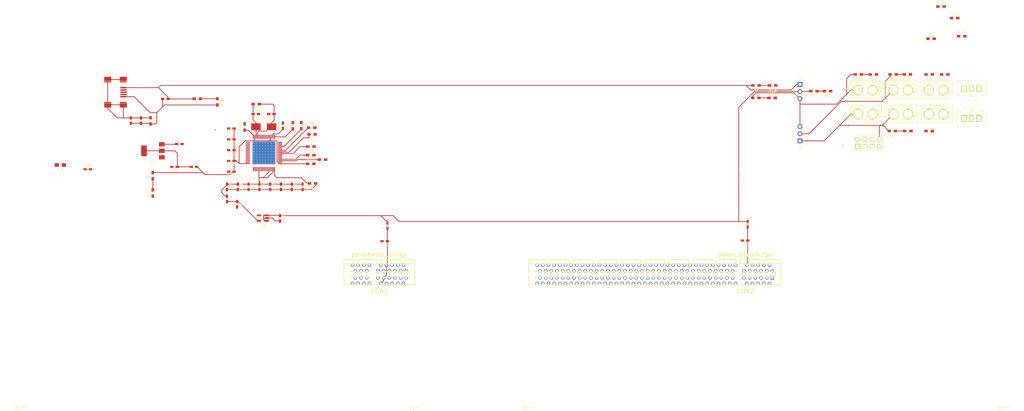
<source format=kicad_pcb>
(kicad_pcb (version 4) (host pcbnew 4.0.7)
  (layers (0 F.Cu signal) (31 B.Cu signal) (34 B.Paste user) (35 F.Paste user) (36 B.SilkS user) (37 F.SilkS user) (38 B.Mask user) (39 F.Mask user) (44 Edge.Cuts user))
  (net 0 "")
  (net 1 GNDPWR)
  (net 2 VPCIE)
  (net 3 VBUS)
  (net 4 +5V)
  (net 5 "Net-(C5-Pad1)")
  (net 6 "Net-(C11-Pad1)")
  (net 7 "Net-(C7-Pad1)")
  (net 8 "Net-(C10-Pad1)")
  (net 9 +3V3)
  (net 10 "Net-(C14-Pad1)")
  (net 11 "Net-(C22-Pad1)")
  (net 12 "Net-(C23-Pad1)")
  (net 13 "Net-(C25-Pad1)")
  (net 14 "Net-(C26-Pad1)")
  (net 15 "Net-(CON1-PadA12)")
  (net 16 "Net-(CON1-PadA13)")
  (net 17 "Net-(CON1-PadA14)")
  (net 18 "Net-(CON1-PadA15)")
  (net 19 "Net-(CON1-PadA16)")
  (net 20 "Net-(CON1-PadA17)")
  (net 21 "Net-(CON1-PadA18)")
  (net 22 "Net-(CON1-PadB15)")
  (net 23 "Net-(CON1-PadB17)")
  (net 24 "Net-(CON1-PadB12)")
  (net 25 "Net-(CON1-PadB14)")
  (net 26 "Net-(CON1-PadA11)")
  (net 27 "Net-(CON1-PadA7)")
  (net 28 "Net-(CON1-PadA5)")
  (net 29 +12V)
  (net 30 "Net-(CON1-PadA1)")
  (net 31 "Net-(CON1-PadA4)")
  (net 32 "Net-(CON1-PadA6)")
  (net 33 "Net-(CON1-PadA8)")
  (net 34 "Net-(CON1-PadB5)")
  (net 35 "Net-(CON1-PadB6)")
  (net 36 "Net-(CON1-PadB9)")
  (net 37 "Net-(CON1-PadB10)")
  (net 38 "Net-(CON1-PadB11)")
  (net 39 "Net-(CON2-PadA13)")
  (net 40 "Net-(CON2-PadA14)")
  (net 41 "Net-(CON2-PadA16)")
  (net 42 "Net-(CON2-PadA17)")
  (net 43 "Net-(CON2-PadB15)")
  (net 44 "Net-(CON2-PadB17)")
  (net 45 "Net-(CON2-PadB12)")
  (net 46 "Net-(CON2-PadB14)")
  (net 47 "Net-(CON2-PadA11)")
  (net 48 "Net-(CON2-PadA7)")
  (net 49 "Net-(CON2-PadA5)")
  (net 50 +BATT)
  (net 51 "Net-(CON2-PadA1)")
  (net 52 "Net-(CON2-PadA6)")
  (net 53 "Net-(CON2-PadA8)")
  (net 54 "Net-(CON2-PadB5)")
  (net 55 "Net-(CON2-PadB6)")
  (net 56 GNDA)
  (net 57 "Net-(CON2-PadB9)")
  (net 58 "Net-(CON2-PadB11)")
  (net 59 "Net-(CON2-PadB19)")
  (net 60 "Net-(CON2-PadB20)")
  (net 61 "Net-(CON2-PadB21)")
  (net 62 "Net-(CON2-PadB22)")
  (net 63 "Net-(CON2-PadB23)")
  (net 64 "Net-(CON2-PadB24)")
  (net 65 "Net-(CON2-PadB25)")
  (net 66 "Net-(CON2-PadB26)")
  (net 67 "Net-(CON2-PadB27)")
  (net 68 "Net-(CON2-PadB28)")
  (net 69 "Net-(CON2-PadB29)")
  (net 70 "Net-(CON2-PadB30)")
  (net 71 "Net-(CON2-PadB31)")
  (net 72 "Net-(CON2-PadB32)")
  (net 73 "Net-(CON2-PadA19)")
  (net 74 "Net-(CON2-PadA20)")
  (net 75 "Net-(CON2-PadA21)")
  (net 76 "Net-(CON2-PadA22)")
  (net 77 "Net-(CON2-PadA23)")
  (net 78 "Net-(CON2-PadA24)")
  (net 79 "Net-(CON2-PadA25)")
  (net 80 "Net-(CON2-PadA26)")
  (net 81 "Net-(CON2-PadA27)")
  (net 82 "Net-(CON2-PadA28)")
  (net 83 "Net-(CON2-PadA29)")
  (net 84 "Net-(CON2-PadA30)")
  (net 85 "Net-(CON2-PadA31)")
  (net 86 "Net-(CON2-PadA32)")
  (net 87 "Net-(D1-Pad1)")
  (net 88 "Net-(D2-Pad1)")
  (net 89 "Net-(J1-Pad2)")
  (net 90 "Net-(J1-Pad3)")
  (net 91 "Net-(J1-Pad4)")
  (net 92 genPow)
  (net 93 "Net-(R1-Pad1)")
  (net 94 "Net-(R3-Pad2)")
  (net 95 "Net-(R4-Pad2)")
  (net 96 "Net-(R5-Pad2)")
  (net 97 "Net-(R8-Pad1)")
  (net 98 "Net-(R9-Pad1)")
  (net 99 "Net-(R10-Pad1)")
  (net 100 "Net-(R11-Pad2)")
  (net 101 "Net-(R12-Pad2)")
  (net 102 "Net-(R13-Pad2)")
  (net 103 "Net-(R14-Pad2)")
  (net 104 "Net-(U3-Pad4)")
  (net 105 GND)
  (net 106 "Net-(U2-Pad5)")
  (net 107 "Net-(U2-Pad6)")
  (net 108 "Net-(U2-Pad7)")
  (net 109 "Net-(U2-Pad11)")
  (net 110 "Net-(U2-Pad12)")
  (net 111 "Net-(U2-Pad14)")
  (net 112 "Net-(U2-Pad15)")
  (net 113 "Net-(U2-Pad23)")
  (net 114 "Net-(U2-Pad24)")
  (net 115 "Net-(U2-Pad26)")
  (net 116 "Net-(U2-Pad27)")
  (net 117 "Net-(U2-Pad28)")
  (net 118 "Net-(U2-Pad35)")
  (net 119 "Net-(U2-Pad36)")
  (net 120 "Net-(U2-Pad38)")
  (net 121 "Net-(U2-Pad39)")
  (net 122 "Net-(U2-Pad40)")
  (net 123 "Net-(U2-Pad43)")
  (net 124 "Net-(U2-Pad44)")
  (net 125 "Net-(U2-Pad46)")
  (net 126 "Net-(U2-Pad49)")
  (net 127 "Net-(U2-Pad50)")
  (net 128 "Net-(U2-Pad51)")
  (net 129 "Net-(U2-Pad52)")
  (net 130 "Net-(U2-Pad54)")
  (net 131 "Net-(U2-Pad55)")
  (net 132 "Net-(U2-Pad56)")
  (net 133 "Net-(U2-Pad57)")
  (net 134 "Net-(U2-Pad58)")
  (net 135 "Net-(U2-Pad59)")
  (net 136 "Net-(U2-Pad61)")
  (net 137 "Net-(U2-Pad62)")
  (net 138 "Net-(D3-Pad1)")
  (net 139 "Net-(D4-Pad1)")
  (net 140 "Net-(D5-Pad1)")
  (net 141 "Net-(D6-Pad1)")
  (net 142 "Net-(D7-Pad1)")
  (net 143 "Net-(D8-Pad1)")
  (net 144 "Net-(D9-Pad1)")
  (net 145 "Net-(D10-Pad1)")
  (net 146 "Net-(D11-Pad1)")
  (module Zeabus:XT30_New (layer F.Cu) (at 279.8368 45 270)
    (fp_text reference P5 (at 0 6.92 270) (layer F.SilkS))
    (fp_text value ethernet_switch)
    (pad 2 thru_hole circle (at 0 -2.794 270) (size 3.556 3.556) (drill 2.54) (layers *.Cu *.Mask F.SilkS) (net 105 GND))
    (pad 1 thru_hole circle (at 0 2.3368 270) (size 3.556 3.556) (drill 2.6416) (layers *.Cu *.Mask F.SilkS) (net 2 VPCIE))
  )
  (module Resistors_SMD:R_0603_HandSoldering (layer F.Cu) (at 81 57.6 270)
    (fp_text reference R5 (at 0 -1.45 270) (layer F.SilkS))
    (fp_text value 4.7K)
    (pad 1 smd rect (at -1.1 0 270) (size 1.2 0.9) (layers F.Cu F.Paste F.Mask) (net 9 +3V3))
    (pad 2 smd rect (at 1.1 0 270) (size 1.2 0.9) (layers F.Cu F.Paste F.Mask) (net 96 "Net-(R5-Pad2)"))
  )
  (module Capacitors_SMD:C_0603_HandSoldering (layer F.Cu) (at 37.95 64.1)
    (fp_text reference C4 (at 0 -1.25) (layer F.SilkS))
    (fp_text value 10uF)
    (pad 1 smd rect (at -0.95 0) (size 1.2 0.75) (layers F.Cu F.Paste F.Mask) (net 4 +5V))
    (pad 2 smd rect (at 0.95 0) (size 1.2 0.75) (layers F.Cu F.Paste F.Mask) (net 105 GND))
  )
  (module TO_SOT_Packages_SMD:SOT-223 (layer F.Cu) (at 28.626 66.496034 180)
    (fp_text reference U1 (at 0 -4.5 180) (layer F.SilkS))
    (fp_text value LM1117-3.3)
    (pad 4 smd rect (at 3.15 0 180) (size 2 3.8) (layers F.Cu F.Paste F.Mask) (net 9 +3V3))
    (pad 2 smd rect (at -3.15 0 180) (size 2 1.5) (layers F.Cu F.Paste F.Mask) (net 9 +3V3))
    (pad 3 smd rect (at -3.15 2.3 180) (size 2 1.5) (layers F.Cu F.Paste F.Mask) (net 4 +5V))
    (pad 1 smd rect (at -3.15 -2.3 180) (size 2 1.5) (layers F.Cu F.Paste F.Mask) (net 105 GND))
  )
  (module Capacitors_SMD:C_0603_HandSoldering (layer F.Cu) (at 111.39 92.924678 90)
    (fp_text reference L1 (at 0 -1.25 90) (layer F.SilkS))
    (fp_text value "220 @ 100Mhz")
    (pad 1 smd rect (at -0.95 0 90) (size 1.2 0.75) (layers F.Cu F.Paste F.Mask) (net 12 "Net-(C23-Pad1)"))
    (pad 2 smd rect (at 0.95 0 90) (size 1.2 0.75) (layers F.Cu F.Paste F.Mask) (net 4 +5V))
  )
  (module Capacitors_SMD:C_0603_HandSoldering (layer F.Cu) (at 77.654 79.222034 270)
    (fp_text reference C16 (at 0 -1.25 270) (layer F.SilkS))
    (fp_text value 0.1uF)
    (pad 1 smd rect (at -0.95 0 270) (size 1.2 0.75) (layers F.Cu F.Paste F.Mask) (net 10 "Net-(C14-Pad1)"))
    (pad 2 smd rect (at 0.95 0 270) (size 1.2 0.75) (layers F.Cu F.Paste F.Mask) (net 105 GND))
  )
  (module Capacitors_SMD:C_0603_HandSoldering (layer F.Cu) (at 73.844 79.222034 270)
    (fp_text reference C17 (at 0 -1.25 270) (layer F.SilkS))
    (fp_text value 0.1uF)
    (pad 1 smd rect (at -0.95 0 270) (size 1.2 0.75) (layers F.Cu F.Paste F.Mask) (net 10 "Net-(C14-Pad1)"))
    (pad 2 smd rect (at 0.95 0 270) (size 1.2 0.75) (layers F.Cu F.Paste F.Mask) (net 105 GND))
  )
  (module Capacitors_SMD:C_0603_HandSoldering (layer F.Cu) (at 70.034 79.222034 270)
    (fp_text reference C18 (at 0 -1.25 270) (layer F.SilkS))
    (fp_text value 0.1uF)
    (pad 1 smd rect (at -0.95 0 270) (size 1.2 0.75) (layers F.Cu F.Paste F.Mask) (net 10 "Net-(C14-Pad1)"))
    (pad 2 smd rect (at 0.95 0 270) (size 1.2 0.75) (layers F.Cu F.Paste F.Mask) (net 105 GND))
  )
  (module Capacitors_SMD:C_0603_HandSoldering (layer F.Cu) (at 62.414 79.222034 270)
    (fp_text reference C20 (at 0 -1.25 270) (layer F.SilkS))
    (fp_text value 0.1uF)
    (pad 1 smd rect (at -0.95 0 270) (size 1.2 0.75) (layers F.Cu F.Paste F.Mask) (net 10 "Net-(C14-Pad1)"))
    (pad 2 smd rect (at 0.95 0 270) (size 1.2 0.75) (layers F.Cu F.Paste F.Mask) (net 105 GND))
  )
  (module Capacitors_SMD:C_0603_HandSoldering (layer F.Cu) (at 66.224 79.222034 270)
    (fp_text reference C19 (at 0 -1.25 270) (layer F.SilkS))
    (fp_text value 0.1uF)
    (pad 1 smd rect (at -0.95 0 270) (size 1.2 0.75) (layers F.Cu F.Paste F.Mask) (net 10 "Net-(C14-Pad1)"))
    (pad 2 smd rect (at 0.95 0 270) (size 1.2 0.75) (layers F.Cu F.Paste F.Mask) (net 105 GND))
  )
  (module Capacitors_SMD:C_0603_HandSoldering (layer F.Cu) (at 54.794 79.222034 270)
    (fp_text reference C24 (at 0 -1.25 270) (layer F.SilkS))
    (fp_text value 10uF)
    (pad 1 smd rect (at -0.95 0 270) (size 1.2 0.75) (layers F.Cu F.Paste F.Mask) (net 10 "Net-(C14-Pad1)"))
    (pad 2 smd rect (at 0.95 0 270) (size 1.2 0.75) (layers F.Cu F.Paste F.Mask) (net 105 GND))
  )
  (module Capacitors_SMD:C_0603_HandSoldering (layer F.Cu) (at 81.464 79.222034 270)
    (fp_text reference C14 (at 0 -1.25 450) (layer F.SilkS))
    (fp_text value 0.1uF)
    (pad 1 smd rect (at -0.95 0 270) (size 1.2 0.75) (layers F.Cu F.Paste F.Mask) (net 10 "Net-(C14-Pad1)"))
    (pad 2 smd rect (at 0.95 0 270) (size 1.2 0.75) (layers F.Cu F.Paste F.Mask) (net 105 GND))
  )
  (module Capacitors_SMD:C_0603_HandSoldering (layer F.Cu) (at 58.604 79.222034 270)
    (fp_text reference C21 (at 0 -1.25 270) (layer F.SilkS))
    (fp_text value 0.1uF)
    (pad 1 smd rect (at -0.95 0 270) (size 1.2 0.75) (layers F.Cu F.Paste F.Mask) (net 10 "Net-(C14-Pad1)"))
    (pad 2 smd rect (at 0.95 0 270) (size 1.2 0.75) (layers F.Cu F.Paste F.Mask) (net 105 GND))
  )
  (module Capacitors_SMD:C_0603_HandSoldering (layer F.Cu) (at 20.838 55.810034 270)
    (fp_text reference C1 (at 0 -1.25 270) (layer F.SilkS))
    (fp_text value 0.1uF)
    (pad 1 smd rect (at -0.95 0 270) (size 1.2 0.75) (layers F.Cu F.Paste F.Mask) (net 1 GNDPWR))
    (pad 2 smd rect (at 0.95 0 270) (size 1.2 0.75) (layers F.Cu F.Paste F.Mask) (net 105 GND))
  )
  (module Capacitors_SMD:C_0603_HandSoldering (layer F.Cu) (at 33.022 48.162034 180)
    (fp_text reference C2 (at 0 -1.25 180) (layer F.SilkS))
    (fp_text value 10uF)
    (pad 1 smd rect (at -0.95 0 180) (size 1.2 0.75) (layers F.Cu F.Paste F.Mask) (net 3 VBUS))
    (pad 2 smd rect (at 0.95 0 180) (size 1.2 0.75) (layers F.Cu F.Paste F.Mask) (net 105 GND))
  )
  (module Capacitors_SMD:C_0603_HandSoldering (layer F.Cu) (at 24.394 55.810034 270)
    (fp_text reference C3 (at 0 -1.25 270) (layer F.SilkS))
    (fp_text value 0.1uF)
    (pad 1 smd rect (at -0.95 0 270) (size 1.2 0.75) (layers F.Cu F.Paste F.Mask) (net 1 GNDPWR))
    (pad 2 smd rect (at 0.95 0 270) (size 1.2 0.75) (layers F.Cu F.Paste F.Mask) (net 105 GND))
  )
  (module Capacitors_SMD:C_0603_HandSoldering (layer F.Cu) (at 64.95 53.5)
    (fp_text reference C5 (at 0 -1.25) (layer F.SilkS))
    (fp_text value 18pF)
    (pad 1 smd rect (at -0.95 0) (size 1.2 0.75) (layers F.Cu F.Paste F.Mask) (net 5 "Net-(C5-Pad1)"))
    (pad 2 smd rect (at 0.95 0) (size 1.2 0.75) (layers F.Cu F.Paste F.Mask) (net 105 GND))
  )
  (module Capacitors_SMD:C_0603_HandSoldering (layer F.Cu) (at 56.328 58.622034 180)
    (fp_text reference C6 (at 0 -1.25 360) (layer F.SilkS))
    (fp_text value 0.1uF)
    (pad 1 smd rect (at -0.95 0 180) (size 1.2 0.75) (layers F.Cu F.Paste F.Mask) (net 6 "Net-(C11-Pad1)"))
    (pad 2 smd rect (at 0.95 0 180) (size 1.2 0.75) (layers F.Cu F.Paste F.Mask) (net 105 GND))
  )
  (module Capacitors_SMD:C_0603_HandSoldering (layer F.Cu) (at 70.45 53.5 180)
    (fp_text reference C7 (at 0 -1.25 180) (layer F.SilkS))
    (fp_text value 18pF)
    (pad 1 smd rect (at -0.95 0 180) (size 1.2 0.75) (layers F.Cu F.Paste F.Mask) (net 7 "Net-(C7-Pad1)"))
    (pad 2 smd rect (at 0.95 0 180) (size 1.2 0.75) (layers F.Cu F.Paste F.Mask) (net 105 GND))
  )
  (module Capacitors_SMD:C_0603_HandSoldering (layer F.Cu) (at 56.328 62.432034 180)
    (fp_text reference C8 (at 0 -1.25 180) (layer F.SilkS))
    (fp_text value 0.1uF)
    (pad 1 smd rect (at -0.95 0 180) (size 1.2 0.75) (layers F.Cu F.Paste F.Mask) (net 6 "Net-(C11-Pad1)"))
    (pad 2 smd rect (at 0.95 0 180) (size 1.2 0.75) (layers F.Cu F.Paste F.Mask) (net 105 GND))
  )
  (module Capacitors_SMD:C_0603_HandSoldering (layer F.Cu) (at 56.328 66.242034 180)
    (fp_text reference C9 (at 0 -1.25 180) (layer F.SilkS))
    (fp_text value 0.1uF)
    (pad 1 smd rect (at -0.95 0 180) (size 1.2 0.75) (layers F.Cu F.Paste F.Mask) (net 6 "Net-(C11-Pad1)"))
    (pad 2 smd rect (at 0.95 0 180) (size 1.2 0.75) (layers F.Cu F.Paste F.Mask) (net 105 GND))
  )
  (module Capacitors_SMD:C_0603_HandSoldering (layer F.Cu) (at 74.5 57.640034 90)
    (fp_text reference C10 (at 0 -1.25 90) (layer F.SilkS))
    (fp_text value 1uF)
    (pad 1 smd rect (at -0.95 0 90) (size 1.2 0.75) (layers F.Cu F.Paste F.Mask) (net 8 "Net-(C10-Pad1)"))
    (pad 2 smd rect (at 0.95 0 90) (size 1.2 0.75) (layers F.Cu F.Paste F.Mask) (net 105 GND))
  )
  (module Capacitors_SMD:C_0603_HandSoldering (layer F.Cu) (at 56.328 70.052034 180)
    (fp_text reference C11 (at 0 -1.25 180) (layer F.SilkS))
    (fp_text value 0.1uF)
    (pad 1 smd rect (at -0.95 0 180) (size 1.2 0.75) (layers F.Cu F.Paste F.Mask) (net 6 "Net-(C11-Pad1)"))
    (pad 2 smd rect (at 0.95 0 180) (size 1.2 0.75) (layers F.Cu F.Paste F.Mask) (net 105 GND))
  )
  (module Capacitors_SMD:C_0603_HandSoldering (layer F.Cu) (at 36.284 72.162034 180)
    (fp_text reference C12 (at 0 -1.25 180) (layer F.SilkS))
    (fp_text value 10uF)
    (pad 1 smd rect (at -0.95 0 180) (size 1.2 0.75) (layers F.Cu F.Paste F.Mask) (net 9 +3V3))
    (pad 2 smd rect (at 0.95 0 180) (size 1.2 0.75) (layers F.Cu F.Paste F.Mask) (net 105 GND))
  )
  (module Capacitors_SMD:C_0603_HandSoldering (layer F.Cu) (at 56.328 73.862034 180)
    (fp_text reference C13 (at 0 -1.25 180) (layer F.SilkS))
    (fp_text value 10uF)
    (pad 1 smd rect (at -0.95 0 180) (size 1.2 0.75) (layers F.Cu F.Paste F.Mask) (net 6 "Net-(C11-Pad1)"))
    (pad 2 smd rect (at 0.95 0 180) (size 1.2 0.75) (layers F.Cu F.Paste F.Mask) (net 105 GND))
  )
  (module Capacitors_SMD:C_0603_HandSoldering (layer F.Cu) (at 73.5 90.35 270)
    (fp_text reference C15 (at 0 -1.25 270) (layer F.SilkS))
    (fp_text value 1uF)
    (pad 1 smd rect (at -0.95 0 270) (size 1.2 0.75) (layers F.Cu F.Paste F.Mask) (net 4 +5V))
    (pad 2 smd rect (at 0.95 0 270) (size 1.2 0.75) (layers F.Cu F.Paste F.Mask) (net 105 GND))
  )
  (module Capacitors_SMD:C_0603_HandSoldering (layer F.Cu) (at 58.35 85.390034 270)
    (fp_text reference C22 (at 0 -1.25 270) (layer F.SilkS))
    (fp_text value 1uF)
    (pad 1 smd rect (at -0.95 0 270) (size 1.2 0.75) (layers F.Cu F.Paste F.Mask) (net 11 "Net-(C22-Pad1)"))
    (pad 2 smd rect (at 0.95 0 270) (size 1.2 0.75) (layers F.Cu F.Paste F.Mask) (net 105 GND))
  )
  (module Capacitors_SMD:C_0603_HandSoldering (layer F.Cu) (at 110.44 98.446678 180)
    (fp_text reference C23 (at 0 -1.25 180) (layer F.SilkS))
    (fp_text value 0.1uF)
    (pad 1 smd rect (at -0.95 0 180) (size 1.2 0.75) (layers F.Cu F.Paste F.Mask) (net 12 "Net-(C23-Pad1)"))
    (pad 2 smd rect (at 0.95 0 180) (size 1.2 0.75) (layers F.Cu F.Paste F.Mask) (net 105 GND))
  )
  (module Capacitors_SMD:C_0603_HandSoldering (layer F.Cu) (at 237.6 98.190678 180)
    (fp_text reference C25 (at 0 -1.25 180) (layer F.SilkS))
    (fp_text value 0.1uF)
    (pad 1 smd rect (at -0.95 0 180) (size 1.2 0.75) (layers F.Cu F.Paste F.Mask) (net 13 "Net-(C25-Pad1)"))
    (pad 2 smd rect (at 0.95 0 180) (size 1.2 0.75) (layers F.Cu F.Paste F.Mask) (net 105 GND))
  )
  (module Capacitors_SMD:C_0603_HandSoldering (layer F.Cu) (at 5.65 73)
    (fp_text reference C26 (at 0 -1.25) (layer F.SilkS))
    (fp_text value 100nF)
    (pad 1 smd rect (at -0.95 0) (size 1.2 0.75) (layers F.Cu F.Paste F.Mask) (net 14 "Net-(C26-Pad1)"))
    (pad 2 smd rect (at 0.95 0) (size 1.2 0.75) (layers F.Cu F.Paste F.Mask) (net 105 GND))
  )
  (module Zeabus:pcie-x1-conn (layer F.Cu) (at 108.56962 110.125478 180)
    (fp_text reference CON1 (at 0 -5.99948 180) (layer F.SilkS) (effects (font (thickness 0.3048))))
    (fp_text value peripheral_bridge (at 0 7.00024 180) (layer F.SilkS) (effects (font (thickness 0.3048))))
    (pad "" np_thru_hole circle (at 2.14884 0 180) (size 2.4003 2.4003) (drill 2.4003) (layers *.Cu F.SilkS))
    (pad "" np_thru_hole circle (at 11.30046 0 180) (size 2.4003 2.4003) (drill 2.4003) (layers *.Cu F.SilkS))
    (pad A12 thru_hole circle (at 3.50012 -3.2512 180) (size 1.19888 1.19888) (drill 0.8001) (layers *.Cu *.Mask) (net 15 "Net-(CON1-PadA12)"))
    (pad A13 thru_hole circle (at 4.50088 -1.24968 180) (size 1.19888 1.19888) (drill 0.8001) (layers *.Cu *.Mask) (net 16 "Net-(CON1-PadA13)"))
    (pad A14 thru_hole circle (at 5.4991 -3.2512 180) (size 1.19888 1.19888) (drill 0.8001) (layers *.Cu *.Mask) (net 17 "Net-(CON1-PadA14)"))
    (pad A15 thru_hole circle (at 6.49986 -1.24968 180) (size 1.19888 1.19888) (drill 0.8001) (layers *.Cu *.Mask) (net 18 "Net-(CON1-PadA15)"))
    (pad A16 thru_hole circle (at 7.50062 -3.2512 180) (size 1.19888 1.19888) (drill 0.8001) (layers *.Cu *.Mask) (net 19 "Net-(CON1-PadA16)"))
    (pad A17 thru_hole circle (at 8.49884 -1.24968 180) (size 1.19888 1.19888) (drill 0.8001) (layers *.Cu *.Mask) (net 20 "Net-(CON1-PadA17)"))
    (pad A18 thru_hole circle (at 9.4996 -3.2512 180) (size 1.19888 1.19888) (drill 0.8001) (layers *.Cu *.Mask) (net 21 "Net-(CON1-PadA18)"))
    (pad B13 thru_hole circle (at 4.50088 1.24968 180) (size 1.19888 1.19888) (drill 0.8001) (layers *.Cu *.Mask) (net 105 GND))
    (pad B15 thru_hole circle (at 6.49986 1.24968 180) (size 1.19888 1.19888) (drill 0.8001) (layers *.Cu *.Mask) (net 22 "Net-(CON1-PadB15)"))
    (pad B17 thru_hole circle (at 8.49884 1.24968 180) (size 1.19888 1.19888) (drill 0.8001) (layers *.Cu *.Mask) (net 23 "Net-(CON1-PadB17)"))
    (pad B12 thru_hole circle (at 3.50012 3.2512 180) (size 1.19888 1.19888) (drill 0.8001) (layers *.Cu *.Mask) (net 24 "Net-(CON1-PadB12)"))
    (pad B14 thru_hole circle (at 5.4991 3.2512 180) (size 1.19888 1.19888) (drill 0.8001) (layers *.Cu *.Mask) (net 25 "Net-(CON1-PadB14)"))
    (pad B16 thru_hole circle (at 7.50062 3.2512 180) (size 1.19888 1.19888) (drill 0.8001) (layers *.Cu *.Mask) (net 105 GND))
    (pad B18 thru_hole circle (at 9.4996 3.2512 180) (size 1.19888 1.19888) (drill 0.8001) (layers *.Cu *.Mask) (net 105 GND))
    (pad A11 thru_hole circle (at 0.50038 -1.24968 180) (size 1.19888 1.19888) (drill 0.8001) (layers *.Cu *.Mask) (net 26 "Net-(CON1-PadA11)"))
    (pad A9 thru_hole circle (at -1.50114 -1.24968 180) (size 1.19888 1.19888) (drill 0.8001) (layers *.Cu *.Mask) (net 12 "Net-(C23-Pad1)"))
    (pad A7 thru_hole circle (at -3.50012 -1.24968 180) (size 1.19888 1.19888) (drill 0.8001) (layers *.Cu *.Mask) (net 27 "Net-(CON1-PadA7)"))
    (pad A5 thru_hole circle (at -5.4991 -1.24968 180) (size 1.19888 1.19888) (drill 0.8001) (layers *.Cu *.Mask) (net 28 "Net-(CON1-PadA5)"))
    (pad A3 thru_hole circle (at -7.50062 -1.24968 180) (size 1.19888 1.19888) (drill 0.8001) (layers *.Cu *.Mask) (net 29 +12V))
    (pad A1 thru_hole circle (at -9.4996 -1.24968 180) (size 1.19888 1.19888) (drill 0.8001) (layers *.Cu *.Mask) (net 30 "Net-(CON1-PadA1)"))
    (pad A2 thru_hole circle (at -8.49884 -3.2512 180) (size 1.19888 1.19888) (drill 0.8001) (layers *.Cu *.Mask) (net 29 +12V))
    (pad A4 thru_hole circle (at -6.49986 -3.2512 180) (size 1.19888 1.19888) (drill 0.8001) (layers *.Cu *.Mask) (net 31 "Net-(CON1-PadA4)"))
    (pad A6 thru_hole circle (at -4.50088 -3.2512 180) (size 1.19888 1.19888) (drill 0.8001) (layers *.Cu *.Mask) (net 32 "Net-(CON1-PadA6)"))
    (pad A8 thru_hole circle (at -2.49936 -3.2512 180) (size 1.19888 1.19888) (drill 0.8001) (layers *.Cu *.Mask) (net 33 "Net-(CON1-PadA8)"))
    (pad A10 thru_hole circle (at -0.50038 -3.2512 180) (size 1.19888 1.19888) (drill 0.8001) (layers *.Cu *.Mask) (net 12 "Net-(C23-Pad1)"))
    (pad B1 thru_hole circle (at -9.4996 1.24968 180) (size 1.19888 1.19888) (drill 0.8001) (layers *.Cu *.Mask) (net 29 +12V))
    (pad B2 thru_hole circle (at -8.49884 3.2512 180) (size 1.19888 1.19888) (drill 0.8001) (layers *.Cu *.Mask) (net 29 +12V))
    (pad B3 thru_hole circle (at -7.50062 1.24968 180) (size 1.19888 1.19888) (drill 0.8001) (layers *.Cu *.Mask) (net 29 +12V))
    (pad B4 thru_hole circle (at -6.49986 3.2512 180) (size 1.19888 1.19888) (drill 0.8001) (layers *.Cu *.Mask) (net 105 GND))
    (pad B5 thru_hole circle (at -5.4991 1.24968 180) (size 1.19888 1.19888) (drill 0.8001) (layers *.Cu *.Mask) (net 34 "Net-(CON1-PadB5)"))
    (pad B6 thru_hole circle (at -4.50088 3.2512 180) (size 1.19888 1.19888) (drill 0.8001) (layers *.Cu *.Mask) (net 35 "Net-(CON1-PadB6)"))
    (pad B7 thru_hole circle (at -3.50012 1.24968 180) (size 1.19888 1.19888) (drill 0.8001) (layers *.Cu *.Mask) (net 105 GND))
    (pad B8 thru_hole circle (at -2.49936 3.2512 180) (size 1.19888 1.19888) (drill 0.8001) (layers *.Cu *.Mask) (net 12 "Net-(C23-Pad1)"))
    (pad B9 thru_hole circle (at -1.50114 1.24968 180) (size 1.19888 1.19888) (drill 0.8001) (layers *.Cu *.Mask) (net 36 "Net-(CON1-PadB9)"))
    (pad B10 thru_hole circle (at -0.50038 3.2512 180) (size 1.19888 1.19888) (drill 0.8001) (layers *.Cu *.Mask) (net 37 "Net-(CON1-PadB10)"))
    (pad B11 thru_hole circle (at 0.50038 1.24968 180) (size 1.19888 1.19888) (drill 0.8001) (layers *.Cu *.Mask) (net 38 "Net-(CON1-PadB11)"))
  )
  (module Zeabus:pcie-x16-conn (layer F.Cu) (at 237.74998 110.135478 180)
    (fp_text reference CON2 (at 0 -5.99948 180) (layer F.SilkS) (effects (font (thickness 0.3048))))
    (fp_text value power_distributor (at 0 7.00024 180) (layer F.SilkS) (effects (font (thickness 0.3048))))
    (pad "" np_thru_hole circle (at 2.14884 0 180) (size 2.4003 2.4003) (drill 2.4003) (layers *.Cu F.SilkS))
    (pad "" np_thru_hole circle (at 75.30084 0 180) (size 2.4003 2.4003) (drill 2.4003) (layers *.Cu F.SilkS))
    (pad A12 thru_hole circle (at 3.50012 -3.2512 180) (size 1.19888 1.19888) (drill 0.8001) (layers *.Cu *.Mask) (net 105 GND))
    (pad A13 thru_hole circle (at 4.50088 -1.24968 180) (size 1.19888 1.19888) (drill 0.8001) (layers *.Cu *.Mask) (net 39 "Net-(CON2-PadA13)"))
    (pad A14 thru_hole circle (at 5.4991 -3.2512 180) (size 1.19888 1.19888) (drill 0.8001) (layers *.Cu *.Mask) (net 40 "Net-(CON2-PadA14)"))
    (pad A15 thru_hole circle (at 6.49986 -1.24968 180) (size 1.19888 1.19888) (drill 0.8001) (layers *.Cu *.Mask) (net 105 GND))
    (pad A16 thru_hole circle (at 7.50062 -3.2512 180) (size 1.19888 1.19888) (drill 0.8001) (layers *.Cu *.Mask) (net 41 "Net-(CON2-PadA16)"))
    (pad A17 thru_hole circle (at 8.49884 -1.24968 180) (size 1.19888 1.19888) (drill 0.8001) (layers *.Cu *.Mask) (net 42 "Net-(CON2-PadA17)"))
    (pad A18 thru_hole circle (at 9.4996 -3.2512 180) (size 1.19888 1.19888) (drill 0.8001) (layers *.Cu *.Mask) (net 105 GND))
    (pad B13 thru_hole circle (at 4.50088 1.24968 180) (size 1.19888 1.19888) (drill 0.8001) (layers *.Cu *.Mask) (net 105 GND))
    (pad B15 thru_hole circle (at 6.49986 1.24968 180) (size 1.19888 1.19888) (drill 0.8001) (layers *.Cu *.Mask) (net 43 "Net-(CON2-PadB15)"))
    (pad B17 thru_hole circle (at 8.49884 1.24968 180) (size 1.19888 1.19888) (drill 0.8001) (layers *.Cu *.Mask) (net 44 "Net-(CON2-PadB17)"))
    (pad B12 thru_hole circle (at 3.50012 3.2512 180) (size 1.19888 1.19888) (drill 0.8001) (layers *.Cu *.Mask) (net 45 "Net-(CON2-PadB12)"))
    (pad B14 thru_hole circle (at 5.4991 3.2512 180) (size 1.19888 1.19888) (drill 0.8001) (layers *.Cu *.Mask) (net 46 "Net-(CON2-PadB14)"))
    (pad B16 thru_hole circle (at 7.50062 3.2512 180) (size 1.19888 1.19888) (drill 0.8001) (layers *.Cu *.Mask) (net 105 GND))
    (pad B18 thru_hole circle (at 9.4996 3.2512 180) (size 1.19888 1.19888) (drill 0.8001) (layers *.Cu *.Mask) (net 105 GND))
    (pad A11 thru_hole circle (at 0.50038 -1.24968 180) (size 1.19888 1.19888) (drill 0.8001) (layers *.Cu *.Mask) (net 47 "Net-(CON2-PadA11)"))
    (pad A9 thru_hole circle (at -1.50114 -1.24968 180) (size 1.19888 1.19888) (drill 0.8001) (layers *.Cu *.Mask) (net 2 VPCIE))
    (pad A7 thru_hole circle (at -3.50012 -1.24968 180) (size 1.19888 1.19888) (drill 0.8001) (layers *.Cu *.Mask) (net 48 "Net-(CON2-PadA7)"))
    (pad A5 thru_hole circle (at -5.4991 -1.24968 180) (size 1.19888 1.19888) (drill 0.8001) (layers *.Cu *.Mask) (net 49 "Net-(CON2-PadA5)"))
    (pad A3 thru_hole circle (at -7.50062 -1.24968 180) (size 1.19888 1.19888) (drill 0.8001) (layers *.Cu *.Mask) (net 50 +BATT))
    (pad A1 thru_hole rect (at -9.4996 -1.24968 180) (size 1.19888 1.19888) (drill 0.8001) (layers *.Cu *.Mask) (net 51 "Net-(CON2-PadA1)"))
    (pad A2 thru_hole circle (at -8.49884 -3.2512 180) (size 1.19888 1.19888) (drill 0.8001) (layers *.Cu *.Mask) (net 29 +12V))
    (pad A4 thru_hole circle (at -6.49986 -3.2512 180) (size 1.19888 1.19888) (drill 0.8001) (layers *.Cu *.Mask) (net 105 GND))
    (pad A6 thru_hole circle (at -4.50088 -3.2512 180) (size 1.19888 1.19888) (drill 0.8001) (layers *.Cu *.Mask) (net 52 "Net-(CON2-PadA6)"))
    (pad A8 thru_hole circle (at -2.49936 -3.2512 180) (size 1.19888 1.19888) (drill 0.8001) (layers *.Cu *.Mask) (net 53 "Net-(CON2-PadA8)"))
    (pad A10 thru_hole circle (at -0.50038 -3.2512 180) (size 1.19888 1.19888) (drill 0.8001) (layers *.Cu *.Mask) (net 2 VPCIE))
    (pad B1 thru_hole circle (at -9.4996 1.24968 180) (size 1.19888 1.19888) (drill 0.8001) (layers *.Cu *.Mask) (net 29 +12V))
    (pad B2 thru_hole circle (at -8.49884 3.2512 180) (size 1.19888 1.19888) (drill 0.8001) (layers *.Cu *.Mask) (net 29 +12V))
    (pad B3 thru_hole circle (at -7.50062 1.24968 180) (size 1.19888 1.19888) (drill 0.8001) (layers *.Cu *.Mask) (net 29 +12V))
    (pad B4 thru_hole circle (at -6.49986 3.2512 180) (size 1.19888 1.19888) (drill 0.8001) (layers *.Cu *.Mask) (net 105 GND))
    (pad B5 thru_hole circle (at -5.4991 1.24968 180) (size 1.19888 1.19888) (drill 0.8001) (layers *.Cu *.Mask) (net 54 "Net-(CON2-PadB5)"))
    (pad B6 thru_hole circle (at -4.50088 3.2512 180) (size 1.19888 1.19888) (drill 0.8001) (layers *.Cu *.Mask) (net 55 "Net-(CON2-PadB6)"))
    (pad B7 thru_hole circle (at -3.50012 1.24968 180) (size 1.19888 1.19888) (drill 0.8001) (layers *.Cu *.Mask) (net 56 GNDA))
    (pad B8 thru_hole circle (at -2.49936 3.2512 180) (size 1.19888 1.19888) (drill 0.8001) (layers *.Cu *.Mask) (net 2 VPCIE))
    (pad B9 thru_hole circle (at -1.50114 1.24968 180) (size 1.19888 1.19888) (drill 0.8001) (layers *.Cu *.Mask) (net 57 "Net-(CON2-PadB9)"))
    (pad B10 thru_hole circle (at -0.50038 3.2512 180) (size 1.19888 1.19888) (drill 0.8001) (layers *.Cu *.Mask) (net 13 "Net-(C25-Pad1)"))
    (pad B11 thru_hole circle (at 0.50038 1.24968 180) (size 1.19888 1.19888) (drill 0.8001) (layers *.Cu *.Mask) (net 58 "Net-(CON2-PadB11)"))
    (pad B19 thru_hole circle (at 10.50036 1.24968 180) (size 1.19888 1.19888) (drill 0.8001) (layers *.Cu *.Mask) (net 59 "Net-(CON2-PadB19)"))
    (pad B20 thru_hole circle (at 11.50112 3.2512 180) (size 1.19888 1.19888) (drill 0.8001) (layers *.Cu *.Mask) (net 60 "Net-(CON2-PadB20)"))
    (pad B21 thru_hole circle (at 12.49934 1.24968 180) (size 1.19888 1.19888) (drill 0.8001) (layers *.Cu *.Mask) (net 61 "Net-(CON2-PadB21)"))
    (pad B22 thru_hole circle (at 13.5001 3.2512 180) (size 1.19888 1.19888) (drill 0.8001) (layers *.Cu *.Mask) (net 62 "Net-(CON2-PadB22)"))
    (pad B23 thru_hole circle (at 14.50086 1.24968 180) (size 1.19888 1.19888) (drill 0.8001) (layers *.Cu *.Mask) (net 63 "Net-(CON2-PadB23)"))
    (pad B24 thru_hole circle (at 15.49908 3.2512 180) (size 1.19888 1.19888) (drill 0.8001) (layers *.Cu *.Mask) (net 64 "Net-(CON2-PadB24)"))
    (pad B25 thru_hole circle (at 16.49984 1.24968 180) (size 1.19888 1.19888) (drill 0.8001) (layers *.Cu *.Mask) (net 65 "Net-(CON2-PadB25)"))
    (pad B26 thru_hole circle (at 17.5006 3.2512 180) (size 1.19888 1.19888) (drill 0.8001) (layers *.Cu *.Mask) (net 66 "Net-(CON2-PadB26)"))
    (pad B27 thru_hole circle (at 18.49882 1.24968 180) (size 1.19888 1.19888) (drill 0.8001) (layers *.Cu *.Mask) (net 67 "Net-(CON2-PadB27)"))
    (pad B28 thru_hole circle (at 19.49958 3.2512 180) (size 1.19888 1.19888) (drill 0.8001) (layers *.Cu *.Mask) (net 68 "Net-(CON2-PadB28)"))
    (pad B29 thru_hole circle (at 20.50034 1.24968 180) (size 1.19888 1.19888) (drill 0.8001) (layers *.Cu *.Mask) (net 69 "Net-(CON2-PadB29)"))
    (pad B30 thru_hole circle (at 21.5011 3.2512 180) (size 1.19888 1.19888) (drill 0.8001) (layers *.Cu *.Mask) (net 70 "Net-(CON2-PadB30)"))
    (pad B31 thru_hole circle (at 22.49932 1.24968 180) (size 1.19888 1.19888) (drill 0.8001) (layers *.Cu *.Mask) (net 71 "Net-(CON2-PadB31)"))
    (pad B32 thru_hole circle (at 23.50008 3.2512 180) (size 1.19888 1.19888) (drill 0.8001) (layers *.Cu *.Mask) (net 72 "Net-(CON2-PadB32)"))
    (pad A19 thru_hole circle (at 10.50036 -1.24968 180) (size 1.19888 1.19888) (drill 0.8001) (layers *.Cu *.Mask) (net 73 "Net-(CON2-PadA19)"))
    (pad A20 thru_hole circle (at 11.50112 -3.2512 180) (size 1.19888 1.19888) (drill 0.8001) (layers *.Cu *.Mask) (net 74 "Net-(CON2-PadA20)"))
    (pad A21 thru_hole circle (at 12.49934 -1.24968 180) (size 1.19888 1.19888) (drill 0.8001) (layers *.Cu *.Mask) (net 75 "Net-(CON2-PadA21)"))
    (pad A22 thru_hole circle (at 13.5001 -3.2512 180) (size 1.19888 1.19888) (drill 0.8001) (layers *.Cu *.Mask) (net 76 "Net-(CON2-PadA22)"))
    (pad A23 thru_hole circle (at 14.50086 -1.24968 180) (size 1.19888 1.19888) (drill 0.8001) (layers *.Cu *.Mask) (net 77 "Net-(CON2-PadA23)"))
    (pad A24 thru_hole circle (at 15.49908 -3.2512 180) (size 1.19888 1.19888) (drill 0.8001) (layers *.Cu *.Mask) (net 78 "Net-(CON2-PadA24)"))
    (pad A25 thru_hole circle (at 16.49984 -1.24968 180) (size 1.19888 1.19888) (drill 0.8001) (layers *.Cu *.Mask) (net 79 "Net-(CON2-PadA25)"))
    (pad A26 thru_hole circle (at 17.5006 -3.2512 180) (size 1.19888 1.19888) (drill 0.8001) (layers *.Cu *.Mask) (net 80 "Net-(CON2-PadA26)"))
    (pad A27 thru_hole circle (at 18.49882 -1.24968 180) (size 1.19888 1.19888) (drill 0.8001) (layers *.Cu *.Mask) (net 81 "Net-(CON2-PadA27)"))
    (pad A28 thru_hole circle (at 19.49958 -3.2512 180) (size 1.19888 1.19888) (drill 0.8001) (layers *.Cu *.Mask) (net 82 "Net-(CON2-PadA28)"))
    (pad A29 thru_hole circle (at 20.50034 -1.24968 180) (size 1.19888 1.19888) (drill 0.8001) (layers *.Cu *.Mask) (net 83 "Net-(CON2-PadA29)"))
    (pad A30 thru_hole circle (at 21.5011 -3.2512 180) (size 1.19888 1.19888) (drill 0.8001) (layers *.Cu *.Mask) (net 84 "Net-(CON2-PadA30)"))
    (pad A31 thru_hole circle (at 22.49932 -1.24968 180) (size 1.19888 1.19888) (drill 0.8001) (layers *.Cu *.Mask) (net 85 "Net-(CON2-PadA31)"))
    (pad A32 thru_hole circle (at 23.50008 -3.2512 180) (size 1.19888 1.19888) (drill 0.8001) (layers *.Cu *.Mask) (net 86 "Net-(CON2-PadA32)"))
    (pad B33 thru_hole circle (at 24.50084 1.24968 180) (size 1.19888 1.19888) (drill 0.8001) (layers *.Cu *.Mask))
    (pad B34 thru_hole circle (at 25.49906 3.2512 180) (size 1.19888 1.19888) (drill 0.8001) (layers *.Cu *.Mask))
    (pad B35 thru_hole circle (at 26.49982 1.24968 180) (size 1.19888 1.19888) (drill 0.8001) (layers *.Cu *.Mask))
    (pad B36 thru_hole circle (at 27.50058 3.2512 180) (size 1.19888 1.19888) (drill 0.8001) (layers *.Cu *.Mask))
    (pad B37 thru_hole circle (at 28.4988 1.24968 180) (size 1.19888 1.19888) (drill 0.8001) (layers *.Cu *.Mask))
    (pad B38 thru_hole circle (at 29.49956 3.2512 180) (size 1.19888 1.19888) (drill 0.8001) (layers *.Cu *.Mask))
    (pad B39 thru_hole circle (at 30.50032 1.24968 180) (size 1.19888 1.19888) (drill 0.8001) (layers *.Cu *.Mask))
    (pad B40 thru_hole circle (at 31.50108 3.2512 180) (size 1.19888 1.19888) (drill 0.8001) (layers *.Cu *.Mask))
    (pad B41 thru_hole circle (at 32.4993 1.24968 180) (size 1.19888 1.19888) (drill 0.8001) (layers *.Cu *.Mask))
    (pad B42 thru_hole circle (at 33.50006 3.2512 180) (size 1.19888 1.19888) (drill 0.8001) (layers *.Cu *.Mask))
    (pad B43 thru_hole circle (at 34.50082 1.24968 180) (size 1.19888 1.19888) (drill 0.8001) (layers *.Cu *.Mask))
    (pad B44 thru_hole circle (at 35.49904 3.2512 180) (size 1.19888 1.19888) (drill 0.8001) (layers *.Cu *.Mask))
    (pad B45 thru_hole circle (at 36.4998 1.24968 180) (size 1.19888 1.19888) (drill 0.8001) (layers *.Cu *.Mask))
    (pad B46 thru_hole circle (at 37.50056 3.2512 180) (size 1.19888 1.19888) (drill 0.8001) (layers *.Cu *.Mask))
    (pad B47 thru_hole circle (at 38.49878 1.24968 180) (size 1.19888 1.19888) (drill 0.8001) (layers *.Cu *.Mask))
    (pad B48 thru_hole circle (at 39.49954 3.2512 180) (size 1.19888 1.19888) (drill 0.8001) (layers *.Cu *.Mask))
    (pad B49 thru_hole circle (at 40.5003 1.24968 180) (size 1.19888 1.19888) (drill 0.8001) (layers *.Cu *.Mask))
    (pad A33 thru_hole circle (at 24.50084 -1.24968 180) (size 1.19888 1.19888) (drill 0.8001) (layers *.Cu *.Mask))
    (pad A34 thru_hole circle (at 25.49906 -3.2512 180) (size 1.19888 1.19888) (drill 0.8001) (layers *.Cu *.Mask))
    (pad A35 thru_hole circle (at 26.49982 -1.24968 180) (size 1.19888 1.19888) (drill 0.8001) (layers *.Cu *.Mask))
    (pad A36 thru_hole circle (at 27.50058 -3.2512 180) (size 1.19888 1.19888) (drill 0.8001) (layers *.Cu *.Mask))
    (pad A37 thru_hole circle (at 28.4988 -1.24968 180) (size 1.19888 1.19888) (drill 0.8001) (layers *.Cu *.Mask))
    (pad A38 thru_hole circle (at 29.49956 -3.2512 180) (size 1.19888 1.19888) (drill 0.8001) (layers *.Cu *.Mask))
    (pad A39 thru_hole circle (at 30.50032 -1.24968 180) (size 1.19888 1.19888) (drill 0.8001) (layers *.Cu *.Mask))
    (pad A40 thru_hole circle (at 31.50108 -3.2512 180) (size 1.19888 1.19888) (drill 0.8001) (layers *.Cu *.Mask))
    (pad A41 thru_hole circle (at 32.4993 -1.24968 180) (size 1.19888 1.19888) (drill 0.8001) (layers *.Cu *.Mask))
    (pad A42 thru_hole circle (at 33.50006 -3.2512 180) (size 1.19888 1.19888) (drill 0.8001) (layers *.Cu *.Mask))
    (pad A43 thru_hole circle (at 34.50082 -1.24968 180) (size 1.19888 1.19888) (drill 0.8001) (layers *.Cu *.Mask))
    (pad A44 thru_hole circle (at 35.49904 -3.2512 180) (size 1.19888 1.19888) (drill 0.8001) (layers *.Cu *.Mask))
    (pad A45 thru_hole circle (at 36.4998 -1.24968 180) (size 1.19888 1.19888) (drill 0.8001) (layers *.Cu *.Mask))
    (pad A46 thru_hole circle (at 37.50056 -3.2512 180) (size 1.19888 1.19888) (drill 0.8001) (layers *.Cu *.Mask))
    (pad A47 thru_hole circle (at 38.49878 -1.24968 180) (size 1.19888 1.19888) (drill 0.8001) (layers *.Cu *.Mask))
    (pad A48 thru_hole circle (at 39.49954 -3.2512 180) (size 1.19888 1.19888) (drill 0.8001) (layers *.Cu *.Mask))
    (pad A49 thru_hole circle (at 40.5003 -1.24968 180) (size 1.19888 1.19888) (drill 0.8001) (layers *.Cu *.Mask))
    (pad B50 thru_hole circle (at 41.50106 3.2512 180) (size 1.19888 1.19888) (drill 0.8001) (layers *.Cu *.Mask))
    (pad B51 thru_hole circle (at 42.49928 1.24968 180) (size 1.19888 1.19888) (drill 0.8001) (layers *.Cu *.Mask))
    (pad B52 thru_hole circle (at 43.50004 3.2512 180) (size 1.19888 1.19888) (drill 0.8001) (layers *.Cu *.Mask))
    (pad B53 thru_hole circle (at 44.5008 1.24968 180) (size 1.19888 1.19888) (drill 0.8001) (layers *.Cu *.Mask))
    (pad B54 thru_hole circle (at 45.49902 3.2512 180) (size 1.19888 1.19888) (drill 0.8001) (layers *.Cu *.Mask))
    (pad B55 thru_hole circle (at 46.49978 1.24968 180) (size 1.19888 1.19888) (drill 0.8001) (layers *.Cu *.Mask))
    (pad B56 thru_hole circle (at 47.50054 3.2512 180) (size 1.19888 1.19888) (drill 0.8001) (layers *.Cu *.Mask))
    (pad B57 thru_hole circle (at 48.49876 1.24968 180) (size 1.19888 1.19888) (drill 0.8001) (layers *.Cu *.Mask))
    (pad B58 thru_hole circle (at 49.49952 3.2512 180) (size 1.19888 1.19888) (drill 0.8001) (layers *.Cu *.Mask))
    (pad B59 thru_hole circle (at 50.50028 1.24968 180) (size 1.19888 1.19888) (drill 0.8001) (layers *.Cu *.Mask))
    (pad B60 thru_hole circle (at 51.50104 3.2512 180) (size 1.19888 1.19888) (drill 0.8001) (layers *.Cu *.Mask))
    (pad B61 thru_hole circle (at 52.49926 1.24968 180) (size 1.19888 1.19888) (drill 0.8001) (layers *.Cu *.Mask))
    (pad B62 thru_hole circle (at 53.50002 3.2512 180) (size 1.19888 1.19888) (drill 0.8001) (layers *.Cu *.Mask))
    (pad B63 thru_hole circle (at 54.50078 1.24968 180) (size 1.19888 1.19888) (drill 0.8001) (layers *.Cu *.Mask))
    (pad B64 thru_hole circle (at 55.499 3.2512 180) (size 1.19888 1.19888) (drill 0.8001) (layers *.Cu *.Mask))
    (pad B65 thru_hole circle (at 56.49976 1.24968 180) (size 1.19888 1.19888) (drill 0.8001) (layers *.Cu *.Mask))
    (pad B66 thru_hole circle (at 57.50052 3.2512 180) (size 1.19888 1.19888) (drill 0.8001) (layers *.Cu *.Mask))
    (pad B67 thru_hole circle (at 58.49874 1.24968 180) (size 1.19888 1.19888) (drill 0.8001) (layers *.Cu *.Mask))
    (pad B68 thru_hole circle (at 59.4995 3.2512 180) (size 1.19888 1.19888) (drill 0.8001) (layers *.Cu *.Mask))
    (pad B69 thru_hole circle (at 60.50026 1.24968 180) (size 1.19888 1.19888) (drill 0.8001) (layers *.Cu *.Mask))
    (pad B70 thru_hole circle (at 61.50102 3.2512 180) (size 1.19888 1.19888) (drill 0.8001) (layers *.Cu *.Mask))
    (pad B71 thru_hole circle (at 62.49924 1.24968 180) (size 1.19888 1.19888) (drill 0.8001) (layers *.Cu *.Mask))
    (pad B72 thru_hole circle (at 63.5 3.2512 180) (size 1.19888 1.19888) (drill 0.8001) (layers *.Cu *.Mask))
    (pad B73 thru_hole circle (at 64.50076 1.24968 180) (size 1.19888 1.19888) (drill 0.8001) (layers *.Cu *.Mask))
    (pad B74 thru_hole circle (at 65.49898 3.2512 180) (size 1.19888 1.19888) (drill 0.8001) (layers *.Cu *.Mask))
    (pad B75 thru_hole circle (at 66.49974 1.24968 180) (size 1.19888 1.19888) (drill 0.8001) (layers *.Cu *.Mask))
    (pad B76 thru_hole circle (at 67.5005 3.2512 180) (size 1.19888 1.19888) (drill 0.8001) (layers *.Cu *.Mask))
    (pad B77 thru_hole circle (at 68.50126 1.24968 180) (size 1.19888 1.19888) (drill 0.8001) (layers *.Cu *.Mask))
    (pad B78 thru_hole circle (at 69.49948 3.2512 180) (size 1.19888 1.19888) (drill 0.8001) (layers *.Cu *.Mask))
    (pad B79 thru_hole circle (at 70.50024 1.24968 180) (size 1.19888 1.19888) (drill 0.8001) (layers *.Cu *.Mask))
    (pad B80 thru_hole circle (at 71.501 3.2512 180) (size 1.19888 1.19888) (drill 0.8001) (layers *.Cu *.Mask))
    (pad B81 thru_hole circle (at 72.49922 1.24968 180) (size 1.19888 1.19888) (drill 0.8001) (layers *.Cu *.Mask))
    (pad B82 thru_hole circle (at 73.49998 3.2512 180) (size 1.19888 1.19888) (drill 0.8001) (layers *.Cu *.Mask))
    (pad A50 thru_hole circle (at 41.50106 -3.2512 180) (size 1.19888 1.19888) (drill 0.8001) (layers *.Cu *.Mask))
    (pad A51 thru_hole circle (at 42.49928 -1.24968 180) (size 1.19888 1.19888) (drill 0.8001) (layers *.Cu *.Mask))
    (pad A52 thru_hole circle (at 43.50004 -3.2512 180) (size 1.19888 1.19888) (drill 0.8001) (layers *.Cu *.Mask))
    (pad A53 thru_hole circle (at 44.5008 -1.24968 180) (size 1.19888 1.19888) (drill 0.8001) (layers *.Cu *.Mask))
    (pad A54 thru_hole circle (at 45.49902 -3.2512 180) (size 1.19888 1.19888) (drill 0.8001) (layers *.Cu *.Mask))
    (pad A55 thru_hole circle (at 46.49978 -1.24968 180) (size 1.19888 1.19888) (drill 0.8001) (layers *.Cu *.Mask))
    (pad A56 thru_hole circle (at 47.50054 -3.2512 180) (size 1.19888 1.19888) (drill 0.8001) (layers *.Cu *.Mask))
    (pad A57 thru_hole circle (at 48.49876 -1.24968 180) (size 1.19888 1.19888) (drill 0.8001) (layers *.Cu *.Mask))
    (pad A58 thru_hole circle (at 49.49952 -3.2512 180) (size 1.19888 1.19888) (drill 0.8001) (layers *.Cu *.Mask))
    (pad A59 thru_hole circle (at 50.50028 -1.24968 180) (size 1.19888 1.19888) (drill 0.8001) (layers *.Cu *.Mask))
    (pad A60 thru_hole circle (at 51.50104 -3.2512 180) (size 1.19888 1.19888) (drill 0.8001) (layers *.Cu *.Mask))
    (pad A61 thru_hole circle (at 52.49926 -1.24968 180) (size 1.19888 1.19888) (drill 0.8001) (layers *.Cu *.Mask))
    (pad A62 thru_hole circle (at 53.50002 -3.2512 180) (size 1.19888 1.19888) (drill 0.8001) (layers *.Cu *.Mask))
    (pad A63 thru_hole circle (at 54.50078 -1.24968 180) (size 1.19888 1.19888) (drill 0.8001) (layers *.Cu *.Mask))
    (pad A64 thru_hole circle (at 55.499 -3.2512 180) (size 1.19888 1.19888) (drill 0.8001) (layers *.Cu *.Mask))
    (pad A65 thru_hole circle (at 56.49976 -1.24968 180) (size 1.19888 1.19888) (drill 0.8001) (layers *.Cu *.Mask))
    (pad A66 thru_hole circle (at 57.50052 -3.2512 180) (size 1.19888 1.19888) (drill 0.8001) (layers *.Cu *.Mask))
    (pad A67 thru_hole circle (at 58.49874 -1.24968 180) (size 1.19888 1.19888) (drill 0.8001) (layers *.Cu *.Mask))
    (pad A68 thru_hole circle (at 59.4995 -3.2512 180) (size 1.19888 1.19888) (drill 0.8001) (layers *.Cu *.Mask))
    (pad A69 thru_hole circle (at 60.50026 -1.24968 180) (size 1.19888 1.19888) (drill 0.8001) (layers *.Cu *.Mask))
    (pad A70 thru_hole circle (at 61.50102 -3.2512 180) (size 1.19888 1.19888) (drill 0.8001) (layers *.Cu *.Mask))
    (pad A71 thru_hole circle (at 62.49924 -1.24968 180) (size 1.19888 1.19888) (drill 0.8001) (layers *.Cu *.Mask))
    (pad A72 thru_hole circle (at 63.5 -3.2512 180) (size 1.19888 1.19888) (drill 0.8001) (layers *.Cu *.Mask))
    (pad A73 thru_hole circle (at 64.50076 -1.24968 180) (size 1.19888 1.19888) (drill 0.8001) (layers *.Cu *.Mask))
    (pad A74 thru_hole circle (at 65.49898 -3.2512 180) (size 1.19888 1.19888) (drill 0.8001) (layers *.Cu *.Mask))
    (pad A75 thru_hole circle (at 66.49974 -1.24968 180) (size 1.19888 1.19888) (drill 0.8001) (layers *.Cu *.Mask))
    (pad A76 thru_hole circle (at 67.5005 -3.2512 180) (size 1.19888 1.19888) (drill 0.8001) (layers *.Cu *.Mask))
    (pad A77 thru_hole circle (at 68.50126 -1.24968 180) (size 1.19888 1.19888) (drill 0.8001) (layers *.Cu *.Mask))
    (pad A78 thru_hole circle (at 69.49948 -3.2512 180) (size 1.19888 1.19888) (drill 0.8001) (layers *.Cu *.Mask))
    (pad A79 thru_hole circle (at 70.50024 -1.24968 180) (size 1.19888 1.19888) (drill 0.8001) (layers *.Cu *.Mask))
    (pad A80 thru_hole circle (at 71.501 -3.2512 180) (size 1.19888 1.19888) (drill 0.8001) (layers *.Cu *.Mask))
    (pad A81 thru_hole circle (at 72.49922 -1.24968 180) (size 1.19888 1.19888) (drill 0.8001) (layers *.Cu *.Mask))
    (pad A82 thru_hole circle (at 73.49998 -3.2512 180) (size 1.19888 1.19888) (drill 0.8001) (layers *.Cu *.Mask))
  )
  (module LEDs:LED_0603_HandSoldering (layer F.Cu) (at 241.516 43.386678 180)
    (fp_text reference D1 (at 0 -1.45 180) (layer F.SilkS))
    (fp_text value LED_VBUS)
    (pad 1 smd rect (at -1.1 0 180) (size 1.2 0.9) (layers F.Cu F.Paste F.Mask) (net 87 "Net-(D1-Pad1)"))
    (pad 2 smd rect (at 1.1 0 180) (size 1.2 0.9) (layers F.Cu F.Paste F.Mask) (net 3 VBUS))
  )
  (module LEDs:LED_0603_HandSoldering (layer F.Cu) (at 241.428 47.797424 180)
    (fp_text reference D2 (at 0 -1.45 180) (layer F.SilkS))
    (fp_text value LED_VPCIe)
    (pad 1 smd rect (at -1.1 0 180) (size 1.2 0.9) (layers F.Cu F.Paste F.Mask) (net 88 "Net-(D2-Pad1)"))
    (pad 2 smd rect (at 1.1 0 180) (size 1.2 0.9) (layers F.Cu F.Paste F.Mask) (net 2 VPCIE))
  )
  (module Connectors:USB_Mini-B (layer F.Cu) (at 15.48 45.770034)
    (fp_text reference J1 (at -0.65 6.9) (layer F.SilkS))
    (fp_text value USB_OTG)
    (pad 1 smd rect (at 2.8 -1.6) (size 2.3 0.5) (layers F.Cu F.Paste F.Mask) (net 3 VBUS))
    (pad 2 smd rect (at 2.8 -0.8) (size 2.3 0.5) (layers F.Cu F.Paste F.Mask) (net 89 "Net-(J1-Pad2)"))
    (pad 3 smd rect (at 2.8 0) (size 2.3 0.5) (layers F.Cu F.Paste F.Mask) (net 90 "Net-(J1-Pad3)"))
    (pad 4 smd rect (at 2.8 0.8) (size 2.3 0.5) (layers F.Cu F.Paste F.Mask) (net 91 "Net-(J1-Pad4)"))
    (pad 5 smd rect (at 2.8 1.6) (size 2.3 0.5) (layers F.Cu F.Paste F.Mask) (net 105 GND))
    (pad 6 smd rect (at 2.7 -4.45) (size 2.5 2) (layers F.Cu F.Paste F.Mask) (net 1 GNDPWR))
    (pad 6 smd rect (at -2.8 -4.45) (size 2.5 2) (layers F.Cu F.Paste F.Mask) (net 1 GNDPWR))
    (pad 6 smd rect (at 2.7 4.45) (size 2.5 2) (layers F.Cu F.Paste F.Mask) (net 1 GNDPWR))
    (pad 6 smd rect (at -2.8 4.45) (size 2.5 2) (layers F.Cu F.Paste F.Mask) (net 1 GNDPWR))
    (pad "" np_thru_hole circle (at 0.2 -2.2) (size 0.9 0.9) (drill 0.9) (layers *.Cu *.Mask))
    (pad "" np_thru_hole circle (at 0.2 2.2) (size 0.9 0.9) (drill 0.9) (layers *.Cu *.Mask))
  )
  (module Zeabus:Pin_Header_Straight_2x04 (layer F.Cu) (at 277.38 64.96 90)
    (fp_text reference J4 (at 0 -5.1 90) (layer F.SilkS))
    (fp_text value pneumatic)
    (pad 1 thru_hole rect (at 0 0 90) (size 1.7272 1.7272) (drill 1.016) (layers *.Cu *.Mask F.SilkS) (net 15 "Net-(CON1-PadA12)"))
    (pad 2 thru_hole oval (at 2.54 0 90) (size 1.7272 1.7272) (drill 1.016) (layers *.Cu *.Mask F.SilkS) (net 16 "Net-(CON1-PadA13)"))
    (pad 3 thru_hole oval (at 0 2.54 90) (size 1.7272 1.7272) (drill 1.016) (layers *.Cu *.Mask F.SilkS) (net 17 "Net-(CON1-PadA14)"))
    (pad 4 thru_hole oval (at 2.54 2.54 90) (size 1.7272 1.7272) (drill 1.016) (layers *.Cu *.Mask F.SilkS) (net 18 "Net-(CON1-PadA15)"))
    (pad 5 thru_hole oval (at 0 5.08 90) (size 1.7272 1.7272) (drill 1.016) (layers *.Cu *.Mask F.SilkS) (net 19 "Net-(CON1-PadA16)"))
    (pad 6 thru_hole oval (at 2.54 5.08 90) (size 1.7272 1.7272) (drill 1.016) (layers *.Cu *.Mask F.SilkS) (net 20 "Net-(CON1-PadA17)"))
    (pad 7 thru_hole oval (at 0 7.62 90) (size 1.7272 1.7272) (drill 1.016) (layers *.Cu *.Mask F.SilkS) (net 21 "Net-(CON1-PadA18)"))
    (pad 8 thru_hole oval (at 2.54 7.62 90) (size 1.7272 1.7272) (drill 1.016) (layers *.Cu *.Mask F.SilkS) (net 29 +12V))
  )
  (module Capacitors_SMD:C_0603_HandSoldering (layer F.Cu) (at 238.55 92.414678 90)
    (fp_text reference L2 (at 0 -1.25 90) (layer F.SilkS))
    (fp_text value "220 @ 100Mhz")
    (pad 1 smd rect (at -0.95 0 90) (size 1.2 0.75) (layers F.Cu F.Paste F.Mask) (net 13 "Net-(C25-Pad1)"))
    (pad 2 smd rect (at 0.95 0 90) (size 1.2 0.75) (layers F.Cu F.Paste F.Mask) (net 4 +5V))
  )
  (module Capacitors_SMD:C_0805_HandSoldering (layer F.Cu) (at -4.05 71.5 180)
    (fp_text reference L3 (at 0 -1.75 180) (layer F.SilkS))
    (fp_text value "600R  0.5A")
    (pad 1 smd rect (at -1.25 0 180) (size 1.5 1.25) (layers F.Cu F.Paste F.Mask) (net 4 +5V))
    (pad 2 smd rect (at 1.25 0 180) (size 1.5 1.25) (layers F.Cu F.Paste F.Mask) (net 14 "Net-(C26-Pad1)"))
  )
  (module Capacitors_SMD:C_0603_HandSoldering (layer F.Cu) (at 43.11 72.162034 180)
    (fp_text reference L4 (at 0 -1.25 180) (layer F.SilkS))
    (fp_text value "220 @ 100Mhz")
    (pad 1 smd rect (at -0.95 0 180) (size 1.2 0.75) (layers F.Cu F.Paste F.Mask) (net 6 "Net-(C11-Pad1)"))
    (pad 2 smd rect (at 0.95 0 180) (size 1.2 0.75) (layers F.Cu F.Paste F.Mask) (net 9 +3V3))
  )
  (module Capacitors_SMD:C_0603_HandSoldering (layer F.Cu) (at 54.794 83.480034 270)
    (fp_text reference L5 (at 0 -1.25 270) (layer F.SilkS))
    (fp_text value "220 @ 100Mhz")
    (pad 1 smd rect (at -0.95 0 270) (size 1.2 0.75) (layers F.Cu F.Paste F.Mask) (net 10 "Net-(C14-Pad1)"))
    (pad 2 smd rect (at 0.95 0 270) (size 1.2 0.75) (layers F.Cu F.Paste F.Mask) (net 11 "Net-(C22-Pad1)"))
  )
  (module Resistors_SMD:R_0603_HandSoldering (layer F.Cu) (at 44.3 48.1 180)
    (fp_text reference R1 (at 0 -1.45 180) (layer F.SilkS))
    (fp_text value 90.9K)
    (pad 1 smd rect (at -1.1 0 180) (size 1.2 0.9) (layers F.Cu F.Paste F.Mask) (net 93 "Net-(R1-Pad1)"))
    (pad 2 smd rect (at 1.1 0 180) (size 1.2 0.9) (layers F.Cu F.Paste F.Mask) (net 3 VBUS))
  )
  (module Resistors_SMD:R_0603_HandSoldering (layer F.Cu) (at 27.8 55.9 270)
    (fp_text reference R2 (at 0 -1.45 270) (layer F.SilkS))
    (fp_text value 1M)
    (pad 1 smd rect (at -1.1 0 270) (size 1.2 0.9) (layers F.Cu F.Paste F.Mask) (net 1 GNDPWR))
    (pad 2 smd rect (at 1.1 0 270) (size 1.2 0.9) (layers F.Cu F.Paste F.Mask) (net 105 GND))
  )
  (module Resistors_SMD:R_0603_HandSoldering (layer F.Cu) (at 84.4 65 180)
    (fp_text reference R3 (at 0 -1.45 180) (layer F.SilkS))
    (fp_text value 4.7K)
    (pad 1 smd rect (at -1.1 0 180) (size 1.2 0.9) (layers F.Cu F.Paste F.Mask) (net 9 +3V3))
    (pad 2 smd rect (at 1.1 0 180) (size 1.2 0.9) (layers F.Cu F.Paste F.Mask) (net 94 "Net-(R3-Pad2)"))
  )
  (module Resistors_SMD:R_0603_HandSoldering (layer F.Cu) (at 84.8 60.662678 180)
    (fp_text reference R4 (at 0 -1.45 180) (layer F.SilkS))
    (fp_text value 4.7K)
    (pad 1 smd rect (at -1.1 0 180) (size 1.2 0.9) (layers F.Cu F.Paste F.Mask) (net 9 +3V3))
    (pad 2 smd rect (at 1.1 0 180) (size 1.2 0.9) (layers F.Cu F.Paste F.Mask) (net 95 "Net-(R4-Pad2)"))
  )
  (module Resistors_SMD:R_0603_HandSoldering (layer F.Cu) (at 51.4 49.2 270)
    (fp_text reference R6 (at 0 -1.45 270) (layer F.SilkS))
    (fp_text value 10K1%)
    (pad 1 smd rect (at -1.1 0 270) (size 1.2 0.9) (layers F.Cu F.Paste F.Mask) (net 93 "Net-(R1-Pad1)"))
    (pad 2 smd rect (at 1.1 0 270) (size 1.2 0.9) (layers F.Cu F.Paste F.Mask) (net 105 GND))
  )
  (module Resistors_SMD:R_0603_HandSoldering (layer F.Cu) (at 65.1 50 180)
    (fp_text reference R7 (at 0 -1.45 180) (layer F.SilkS))
    (fp_text value 1M)
    (pad 1 smd rect (at -1.1 0 180) (size 1.2 0.9) (layers F.Cu F.Paste F.Mask) (net 7 "Net-(C7-Pad1)"))
    (pad 2 smd rect (at 1.1 0 180) (size 1.2 0.9) (layers F.Cu F.Paste F.Mask) (net 5 "Net-(C5-Pad1)"))
  )
  (module Resistors_SMD:R_0603_HandSoldering (layer F.Cu) (at 84.7 58.3)
    (fp_text reference R8 (at 0 -1.45) (layer F.SilkS))
    (fp_text value 4.7K)
    (pad 1 smd rect (at -1.1 0) (size 1.2 0.9) (layers F.Cu F.Paste F.Mask) (net 97 "Net-(R8-Pad1)"))
    (pad 2 smd rect (at 1.1 0) (size 1.2 0.9) (layers F.Cu F.Paste F.Mask) (net 105 GND))
  )
  (module Resistors_SMD:R_0603_HandSoldering (layer F.Cu) (at 78 57.658034 90)
    (fp_text reference R9 (at 0 -1.45 90) (layer F.SilkS))
    (fp_text value 4.7K)
    (pad 1 smd rect (at -1.1 0 90) (size 1.2 0.9) (layers F.Cu F.Paste F.Mask) (net 98 "Net-(R9-Pad1)"))
    (pad 2 smd rect (at 1.1 0 90) (size 1.2 0.9) (layers F.Cu F.Paste F.Mask) (net 105 GND))
  )
  (module Resistors_SMD:R_0603_HandSoldering (layer F.Cu) (at 61 58.1 90)
    (fp_text reference R10 (at 0 -1.45 90) (layer F.SilkS))
    (fp_text value 9.53K)
    (pad 1 smd rect (at -1.1 0 90) (size 1.2 0.9) (layers F.Cu F.Paste F.Mask) (net 99 "Net-(R10-Pad1)"))
    (pad 2 smd rect (at 1.1 0 90) (size 1.2 0.9) (layers F.Cu F.Paste F.Mask) (net 105 GND))
  )
  (module Resistors_SMD:R_0603_HandSoldering (layer F.Cu) (at 84.362 68.028678 180)
    (fp_text reference R11 (at 0 -1.45 180) (layer F.SilkS))
    (fp_text value 4.7k)
    (pad 1 smd rect (at -1.1 0 180) (size 1.2 0.9) (layers F.Cu F.Paste F.Mask) (net 105 GND))
    (pad 2 smd rect (at 1.1 0 180) (size 1.2 0.9) (layers F.Cu F.Paste F.Mask) (net 100 "Net-(R11-Pad2)"))
  )
  (module Resistors_SMD:R_0603_HandSoldering (layer F.Cu) (at 88.5 69.6 180)
    (fp_text reference R12 (at 0 -1.45 180) (layer F.SilkS))
    (fp_text value 4.7k)
    (pad 1 smd rect (at -1.1 0 180) (size 1.2 0.9) (layers F.Cu F.Paste F.Mask) (net 105 GND))
    (pad 2 smd rect (at 1.1 0 180) (size 1.2 0.9) (layers F.Cu F.Paste F.Mask) (net 101 "Net-(R12-Pad2)"))
  )
  (module Resistors_SMD:R_0603_HandSoldering (layer F.Cu) (at 84.362 71.076678 180)
    (fp_text reference R13 (at 0 -1.45 180) (layer F.SilkS))
    (fp_text value 4.7k)
    (pad 1 smd rect (at -1.1 0 180) (size 1.2 0.9) (layers F.Cu F.Paste F.Mask) (net 105 GND))
    (pad 2 smd rect (at 1.1 0 180) (size 1.2 0.9) (layers F.Cu F.Paste F.Mask) (net 102 "Net-(R13-Pad2)"))
  )
  (module Resistors_SMD:R_0603_HandSoldering (layer F.Cu) (at 85 78 180)
    (fp_text reference R14 (at 0 -1.45 180) (layer F.SilkS))
    (fp_text value 4.7k)
    (pad 1 smd rect (at -1.1 0 180) (size 1.2 0.9) (layers F.Cu F.Paste F.Mask) (net 105 GND))
    (pad 2 smd rect (at 1.1 0 180) (size 1.2 0.9) (layers F.Cu F.Paste F.Mask) (net 103 "Net-(R14-Pad2)"))
  )
  (module Resistors_SMD:R_0603_HandSoldering (layer F.Cu) (at 247.358 43.386678 180)
    (fp_text reference R15 (at 0 -1.778 180) (layer F.SilkS))
    (fp_text value 1K)
    (pad 1 smd rect (at -1.1 0 180) (size 1.2 0.9) (layers F.Cu F.Paste F.Mask) (net 105 GND))
    (pad 2 smd rect (at 1.1 0 180) (size 1.2 0.9) (layers F.Cu F.Paste F.Mask) (net 87 "Net-(D1-Pad1)"))
  )
  (module Resistors_SMD:R_0603_HandSoldering (layer F.Cu) (at 247.184 47.797424)
    (fp_text reference R16 (at 0 -1.45) (layer F.SilkS))
    (fp_text value 1K)
    (pad 1 smd rect (at -1.1 0) (size 1.2 0.9) (layers F.Cu F.Paste F.Mask) (net 88 "Net-(D2-Pad1)"))
    (pad 2 smd rect (at 1.1 0) (size 1.2 0.9) (layers F.Cu F.Paste F.Mask) (net 105 GND))
  )
  (module TO_SOT_Packages_SMD:SOT-23-5_HandSoldering (layer F.Cu) (at 67.4 90.260034 180)
    (fp_text reference U3 (at 0 -2.9 180) (layer F.SilkS))
    (fp_text value TLV73311PDBVT)
    (pad 1 smd rect (at -1.35 -0.95 180) (size 1.56 0.65) (layers F.Cu F.Paste F.Mask) (net 4 +5V))
    (pad 2 smd rect (at -1.35 0 180) (size 1.56 0.65) (layers F.Cu F.Paste F.Mask) (net 105 GND))
    (pad 3 smd rect (at -1.35 0.95 180) (size 1.56 0.65) (layers F.Cu F.Paste F.Mask) (net 4 +5V))
    (pad 4 smd rect (at 1.35 0.95 180) (size 1.56 0.65) (layers F.Cu F.Paste F.Mask) (net 104 "Net-(U3-Pad4)"))
    (pad 5 smd rect (at 1.35 -0.95 180) (size 1.56 0.65) (layers F.Cu F.Paste F.Mask) (net 11 "Net-(C22-Pad1)"))
  )
  (module Crystals:Crystal_SMD_Abracon_ABM3-2pin_5.0x3.2mm_HandSoldering (layer F.Cu) (at 67.7625 58)
    (fp_text reference Y1 (at 0 -2.8) (layer F.SilkS))
    (fp_text value 24MHz)
    (pad 1 smd rect (at -2.7625 0) (size 3.325 2.4) (layers F.Cu F.Paste F.Mask) (net 5 "Net-(C5-Pad1)"))
    (pad 2 smd rect (at 2.7625 0) (size 3.325 2.4) (layers F.Cu F.Paste F.Mask) (net 7 "Net-(C7-Pad1)"))
  )
  (module Housings_QFP:HTQFP-64-1EP_10x10mm_Pitch0.5mm_ThermalPad (layer F.Cu) (at 67.82 67.250034 180)
    (fp_text reference U2 (at 0 -7.45 180) (layer F.SilkS))
    (fp_text value TUSB4041I)
    (pad 1 smd rect (at -5.7 -3.75 180) (size 1.5 0.3) (layers F.Cu F.Paste F.Mask) (net 102 "Net-(R13-Pad2)"))
    (pad 2 smd rect (at -5.7 -3.25 180) (size 1.5 0.3) (layers F.Cu F.Paste F.Mask) (net 6 "Net-(C11-Pad1)"))
    (pad 3 smd rect (at -5.7 -2.75 180) (size 1.5 0.3) (layers F.Cu F.Paste F.Mask) (net 101 "Net-(R12-Pad2)"))
    (pad 4 smd rect (at -5.7 -2.25 180) (size 1.5 0.3) (layers F.Cu F.Paste F.Mask) (net 100 "Net-(R11-Pad2)"))
    (pad 5 smd rect (at -5.7 -1.75 180) (size 1.5 0.3) (layers F.Cu F.Paste F.Mask) (net 106 "Net-(U2-Pad5)"))
    (pad 6 smd rect (at -5.7 -1.25 180) (size 1.5 0.3) (layers F.Cu F.Paste F.Mask) (net 107 "Net-(U2-Pad6)"))
    (pad 7 smd rect (at -5.7 -0.75 180) (size 1.5 0.3) (layers F.Cu F.Paste F.Mask) (net 108 "Net-(U2-Pad7)"))
    (pad 8 smd rect (at -5.7 -0.25 180) (size 1.5 0.3) (layers F.Cu F.Paste F.Mask) (net 94 "Net-(R3-Pad2)"))
    (pad 9 smd rect (at -5.7 0.25 180) (size 1.5 0.3) (layers F.Cu F.Paste F.Mask) (net 95 "Net-(R4-Pad2)"))
    (pad 10 smd rect (at -5.7 0.75 180) (size 1.5 0.3) (layers F.Cu F.Paste F.Mask) (net 97 "Net-(R8-Pad1)"))
    (pad 11 smd rect (at -5.7 1.25 180) (size 1.5 0.3) (layers F.Cu F.Paste F.Mask) (net 109 "Net-(U2-Pad11)"))
    (pad 12 smd rect (at -5.7 1.75 180) (size 1.5 0.3) (layers F.Cu F.Paste F.Mask) (net 110 "Net-(U2-Pad12)"))
    (pad 13 smd rect (at -5.7 2.25 180) (size 1.5 0.3) (layers F.Cu F.Paste F.Mask) (net 96 "Net-(R5-Pad2)"))
    (pad 14 smd rect (at -5.7 2.75 180) (size 1.5 0.3) (layers F.Cu F.Paste F.Mask) (net 111 "Net-(U2-Pad14)"))
    (pad 15 smd rect (at -5.7 3.25 180) (size 1.5 0.3) (layers F.Cu F.Paste F.Mask) (net 112 "Net-(U2-Pad15)"))
    (pad 16 smd rect (at -5.7 3.75 180) (size 1.5 0.3) (layers F.Cu F.Paste F.Mask) (net 93 "Net-(R1-Pad1)"))
    (pad 17 smd rect (at -3.75 5.7 270) (size 1.5 0.3) (layers F.Cu F.Paste F.Mask) (net 98 "Net-(R9-Pad1)"))
    (pad 18 smd rect (at -3.25 5.7 270) (size 1.5 0.3) (layers F.Cu F.Paste F.Mask) (net 8 "Net-(C10-Pad1)"))
    (pad 19 smd rect (at -2.75 5.7 270) (size 1.5 0.3) (layers F.Cu F.Paste F.Mask) (net 10 "Net-(C14-Pad1)"))
    (pad 20 smd rect (at -2.25 5.7 270) (size 1.5 0.3) (layers F.Cu F.Paste F.Mask) (net 6 "Net-(C11-Pad1)"))
    (pad 21 smd rect (at -1.75 5.7 270) (size 1.5 0.3) (layers F.Cu F.Paste F.Mask) (net 90 "Net-(J1-Pad3)"))
    (pad 22 smd rect (at -1.25 5.7 270) (size 1.5 0.3) (layers F.Cu F.Paste F.Mask) (net 89 "Net-(J1-Pad2)"))
    (pad 23 smd rect (at -0.75 5.7 270) (size 1.5 0.3) (layers F.Cu F.Paste F.Mask) (net 113 "Net-(U2-Pad23)"))
    (pad 24 smd rect (at -0.25 5.7 270) (size 1.5 0.3) (layers F.Cu F.Paste F.Mask) (net 114 "Net-(U2-Pad24)"))
    (pad 25 smd rect (at 0.25 5.7 270) (size 1.5 0.3) (layers F.Cu F.Paste F.Mask) (net 10 "Net-(C14-Pad1)"))
    (pad 26 smd rect (at 0.75 5.7 270) (size 1.5 0.3) (layers F.Cu F.Paste F.Mask) (net 115 "Net-(U2-Pad26)"))
    (pad 27 smd rect (at 1.25 5.7 270) (size 1.5 0.3) (layers F.Cu F.Paste F.Mask) (net 116 "Net-(U2-Pad27)"))
    (pad 28 smd rect (at 1.75 5.7 270) (size 1.5 0.3) (layers F.Cu F.Paste F.Mask) (net 117 "Net-(U2-Pad28)"))
    (pad 29 smd rect (at 2.25 5.7 270) (size 1.5 0.3) (layers F.Cu F.Paste F.Mask) (net 7 "Net-(C7-Pad1)"))
    (pad 30 smd rect (at 2.75 5.7 270) (size 1.5 0.3) (layers F.Cu F.Paste F.Mask) (net 5 "Net-(C5-Pad1)"))
    (pad 31 smd rect (at 3.25 5.7 270) (size 1.5 0.3) (layers F.Cu F.Paste F.Mask) (net 6 "Net-(C11-Pad1)"))
    (pad 32 smd rect (at 3.75 5.7 270) (size 1.5 0.3) (layers F.Cu F.Paste F.Mask) (net 99 "Net-(R10-Pad1)"))
    (pad 33 smd rect (at 5.7 3.75 180) (size 1.5 0.3) (layers F.Cu F.Paste F.Mask) (net 46 "Net-(CON2-PadB14)"))
    (pad 34 smd rect (at 5.7 3.25 180) (size 1.5 0.3) (layers F.Cu F.Paste F.Mask) (net 43 "Net-(CON2-PadB15)"))
    (pad 35 smd rect (at 5.7 2.75 180) (size 1.5 0.3) (layers F.Cu F.Paste F.Mask) (net 118 "Net-(U2-Pad35)"))
    (pad 36 smd rect (at 5.7 2.25 180) (size 1.5 0.3) (layers F.Cu F.Paste F.Mask) (net 119 "Net-(U2-Pad36)"))
    (pad 37 smd rect (at 5.7 1.75 180) (size 1.5 0.3) (layers F.Cu F.Paste F.Mask) (net 10 "Net-(C14-Pad1)"))
    (pad 38 smd rect (at 5.7 1.25 180) (size 1.5 0.3) (layers F.Cu F.Paste F.Mask) (net 120 "Net-(U2-Pad38)"))
    (pad 39 smd rect (at 5.7 0.75 180) (size 1.5 0.3) (layers F.Cu F.Paste F.Mask) (net 121 "Net-(U2-Pad39)"))
    (pad 40 smd rect (at 5.7 0.25 180) (size 1.5 0.3) (layers F.Cu F.Paste F.Mask) (net 122 "Net-(U2-Pad40)"))
    (pad 41 smd rect (at 5.7 -0.25 180) (size 1.5 0.3) (layers F.Cu F.Paste F.Mask) (net 25 "Net-(CON1-PadB14)"))
    (pad 42 smd rect (at 5.7 -0.75 180) (size 1.5 0.3) (layers F.Cu F.Paste F.Mask) (net 22 "Net-(CON1-PadB15)"))
    (pad 43 smd rect (at 5.7 -1.25 180) (size 1.5 0.3) (layers F.Cu F.Paste F.Mask) (net 123 "Net-(U2-Pad43)"))
    (pad 44 smd rect (at 5.7 -1.75 180) (size 1.5 0.3) (layers F.Cu F.Paste F.Mask) (net 124 "Net-(U2-Pad44)"))
    (pad 45 smd rect (at 5.7 -2.25 180) (size 1.5 0.3) (layers F.Cu F.Paste F.Mask) (net 10 "Net-(C14-Pad1)"))
    (pad 46 smd rect (at 5.7 -2.75 180) (size 1.5 0.3) (layers F.Cu F.Paste F.Mask) (net 125 "Net-(U2-Pad46)"))
    (pad 47 smd rect (at 5.7 -3.25 180) (size 1.5 0.3) (layers F.Cu F.Paste F.Mask) (net 105 GND))
    (pad 48 smd rect (at 5.7 -3.75 180) (size 1.5 0.3) (layers F.Cu F.Paste F.Mask) (net 6 "Net-(C11-Pad1)"))
    (pad 49 smd rect (at 3.75 -5.7 270) (size 1.5 0.3) (layers F.Cu F.Paste F.Mask) (net 126 "Net-(U2-Pad49)"))
    (pad 50 smd rect (at 3.25 -5.7 270) (size 1.5 0.3) (layers F.Cu F.Paste F.Mask) (net 127 "Net-(U2-Pad50)"))
    (pad 51 smd rect (at 2.75 -5.7 270) (size 1.5 0.3) (layers F.Cu F.Paste F.Mask) (net 128 "Net-(U2-Pad51)"))
    (pad 52 smd rect (at 2.25 -5.7 270) (size 1.5 0.3) (layers F.Cu F.Paste F.Mask) (net 129 "Net-(U2-Pad52)"))
    (pad 53 smd rect (at 1.75 -5.7 270) (size 1.5 0.3) (layers F.Cu F.Paste F.Mask) (net 10 "Net-(C14-Pad1)"))
    (pad 54 smd rect (at 1.25 -5.7 270) (size 1.5 0.3) (layers F.Cu F.Paste F.Mask) (net 130 "Net-(U2-Pad54)"))
    (pad 55 smd rect (at 0.75 -5.7 270) (size 1.5 0.3) (layers F.Cu F.Paste F.Mask) (net 131 "Net-(U2-Pad55)"))
    (pad 56 smd rect (at 0.25 -5.7 270) (size 1.5 0.3) (layers F.Cu F.Paste F.Mask) (net 132 "Net-(U2-Pad56)"))
    (pad 57 smd rect (at -0.25 -5.7 270) (size 1.5 0.3) (layers F.Cu F.Paste F.Mask) (net 133 "Net-(U2-Pad57)"))
    (pad 58 smd rect (at -0.75 -5.7 270) (size 1.5 0.3) (layers F.Cu F.Paste F.Mask) (net 134 "Net-(U2-Pad58)"))
    (pad 59 smd rect (at -1.25 -5.7 270) (size 1.5 0.3) (layers F.Cu F.Paste F.Mask) (net 135 "Net-(U2-Pad59)"))
    (pad 60 smd rect (at -1.75 -5.7 270) (size 1.5 0.3) (layers F.Cu F.Paste F.Mask) (net 10 "Net-(C14-Pad1)"))
    (pad 61 smd rect (at -2.25 -5.7 270) (size 1.5 0.3) (layers F.Cu F.Paste F.Mask) (net 136 "Net-(U2-Pad61)"))
    (pad 62 smd rect (at -2.75 -5.7 270) (size 1.5 0.3) (layers F.Cu F.Paste F.Mask) (net 137 "Net-(U2-Pad62)"))
    (pad 63 smd rect (at -3.25 -5.7 270) (size 1.5 0.3) (layers F.Cu F.Paste F.Mask) (net 10 "Net-(C14-Pad1)"))
    (pad 64 smd rect (at -3.75 -5.7 270) (size 1.5 0.3) (layers F.Cu F.Paste F.Mask) (net 103 "Net-(R14-Pad2)"))
    (pad 65 smd rect (at 0 0) (size 8 8) (layers F.Cu F.Paste F.Mask) (net 105 GND))
    (pad 65 thru_hole circle (at -3.5 -3.5 270) (size 0.3 0.3) (drill 0.2) (layers *.Cu F.Adhes) (net 105 GND))
    (pad 65 thru_hole circle (at -2.5 -3.5 270) (size 0.3 0.3) (drill 0.2) (layers *.Cu F.Adhes) (net 105 GND))
    (pad 65 thru_hole circle (at -1.5 -3.5 270) (size 0.3 0.3) (drill 0.2) (layers *.Cu F.Adhes) (net 105 GND))
    (pad 65 thru_hole circle (at -0.5 -3.5 270) (size 0.3 0.3) (drill 0.2) (layers *.Cu F.Adhes) (net 105 GND))
    (pad 65 thru_hole circle (at 0.5 -3.5 270) (size 0.3 0.3) (drill 0.2) (layers *.Cu F.Adhes) (net 105 GND))
    (pad 65 thru_hole circle (at 1.5 -3.5 270) (size 0.3 0.3) (drill 0.2) (layers *.Cu F.Adhes) (net 105 GND))
    (pad 65 thru_hole circle (at 2.5 -3.5 270) (size 0.3 0.3) (drill 0.2) (layers *.Cu F.Adhes) (net 105 GND))
    (pad 65 thru_hole circle (at 3.5 -3.5 270) (size 0.3 0.3) (drill 0.2) (layers *.Cu F.Adhes) (net 105 GND))
    (pad 65 thru_hole circle (at 3.5 -2.5 270) (size 0.3 0.3) (drill 0.2) (layers *.Cu F.Adhes) (net 105 GND))
    (pad 65 thru_hole circle (at 2.5 -2.5 270) (size 0.3 0.3) (drill 0.2) (layers *.Cu F.Adhes) (net 105 GND))
    (pad 65 thru_hole circle (at 1.5 -2.5 270) (size 0.3 0.3) (drill 0.2) (layers *.Cu F.Adhes) (net 105 GND))
    (pad 65 thru_hole circle (at 0.5 -2.5 270) (size 0.3 0.3) (drill 0.2) (layers *.Cu F.Adhes) (net 105 GND))
    (pad 65 thru_hole circle (at -0.5 -2.5 270) (size 0.3 0.3) (drill 0.2) (layers *.Cu F.Adhes) (net 105 GND))
    (pad 65 thru_hole circle (at -1.5 -2.5 270) (size 0.3 0.3) (drill 0.2) (layers *.Cu F.Adhes) (net 105 GND))
    (pad 65 thru_hole circle (at -2.5 -2.5 270) (size 0.3 0.3) (drill 0.2) (layers *.Cu F.Adhes) (net 105 GND))
    (pad 65 thru_hole circle (at -3.5 -2.5 270) (size 0.3 0.3) (drill 0.2) (layers *.Cu F.Adhes) (net 105 GND))
    (pad 65 thru_hole circle (at -3.5 -1.5 270) (size 0.3 0.3) (drill 0.2) (layers *.Cu F.Adhes) (net 105 GND))
    (pad 65 thru_hole circle (at -3.5 -0.5 270) (size 0.3 0.3) (drill 0.2) (layers *.Cu F.Adhes) (net 105 GND))
    (pad 65 thru_hole circle (at -2.5 -1.5 270) (size 0.3 0.3) (drill 0.2) (layers *.Cu F.Adhes) (net 105 GND))
    (pad 65 thru_hole circle (at -2.5 -0.5 270) (size 0.3 0.3) (drill 0.2) (layers *.Cu F.Adhes) (net 105 GND))
    (pad 65 thru_hole circle (at -1.5 -0.5 270) (size 0.3 0.3) (drill 0.2) (layers *.Cu F.Adhes) (net 105 GND))
    (pad 65 thru_hole circle (at -1.5 -1.5 270) (size 0.3 0.3) (drill 0.2) (layers *.Cu F.Adhes) (net 105 GND))
    (pad 65 thru_hole circle (at -0.5 -1.5 270) (size 0.3 0.3) (drill 0.2) (layers *.Cu F.Adhes) (net 105 GND))
    (pad 65 thru_hole circle (at -0.5 -0.5 270) (size 0.3 0.3) (drill 0.2) (layers *.Cu F.Adhes) (net 105 GND))
    (pad 65 thru_hole circle (at 0.5 -0.5 270) (size 0.3 0.3) (drill 0.2) (layers *.Cu F.Adhes) (net 105 GND))
    (pad 65 thru_hole circle (at 0.5 -1.5 270) (size 0.3 0.3) (drill 0.2) (layers *.Cu F.Adhes) (net 105 GND))
    (pad 65 thru_hole circle (at 1.5 -1.5 270) (size 0.3 0.3) (drill 0.2) (layers *.Cu F.Adhes) (net 105 GND))
    (pad 65 thru_hole circle (at 1.5 -0.5 270) (size 0.3 0.3) (drill 0.2) (layers *.Cu F.Adhes) (net 105 GND))
    (pad 65 thru_hole circle (at 2.5 -1.5 270) (size 0.3 0.3) (drill 0.2) (layers *.Cu F.Adhes) (net 105 GND))
    (pad 65 thru_hole circle (at 2.5 -0.5 270) (size 0.3 0.3) (drill 0.2) (layers *.Cu F.Adhes) (net 105 GND))
    (pad 65 thru_hole circle (at 3.5 -1.5 270) (size 0.3 0.3) (drill 0.2) (layers *.Cu F.Adhes) (net 105 GND))
    (pad 65 thru_hole circle (at 3.5 -0.5 270) (size 0.3 0.3) (drill 0.2) (layers *.Cu F.Adhes) (net 105 GND))
    (pad 65 thru_hole circle (at -3.5 3.5 270) (size 0.3 0.3) (drill 0.2) (layers *.Cu F.Adhes) (net 105 GND))
    (pad 65 thru_hole circle (at -3.5 2.5 270) (size 0.3 0.3) (drill 0.2) (layers *.Cu F.Adhes) (net 105 GND))
    (pad 65 thru_hole circle (at -3.5 1.5 270) (size 0.3 0.3) (drill 0.2) (layers *.Cu F.Adhes) (net 105 GND))
    (pad 65 thru_hole circle (at -3.5 0.5 270) (size 0.3 0.3) (drill 0.2) (layers *.Cu F.Adhes) (net 105 GND))
    (pad 65 thru_hole circle (at -2.5 0.5 270) (size 0.3 0.3) (drill 0.2) (layers *.Cu F.Adhes) (net 105 GND))
    (pad 65 thru_hole circle (at -2.5 1.5 270) (size 0.3 0.3) (drill 0.2) (layers *.Cu F.Adhes) (net 105 GND))
    (pad 65 thru_hole circle (at -2.5 2.5 270) (size 0.3 0.3) (drill 0.2) (layers *.Cu F.Adhes) (net 105 GND))
    (pad 65 thru_hole circle (at -2.5 3.5 270) (size 0.3 0.3) (drill 0.2) (layers *.Cu F.Adhes) (net 105 GND))
    (pad 65 thru_hole circle (at -1.5 3.5 270) (size 0.3 0.3) (drill 0.2) (layers *.Cu F.Adhes) (net 105 GND))
    (pad 65 thru_hole circle (at -1.5 2.5 270) (size 0.3 0.3) (drill 0.2) (layers *.Cu F.Adhes) (net 105 GND))
    (pad 65 thru_hole circle (at -1.5 1.5 270) (size 0.3 0.3) (drill 0.2) (layers *.Cu F.Adhes) (net 105 GND))
    (pad 65 thru_hole circle (at -1.5 0.5 270) (size 0.3 0.3) (drill 0.2) (layers *.Cu F.Adhes) (net 105 GND))
    (pad 65 thru_hole circle (at -0.5 0.5 270) (size 0.3 0.3) (drill 0.2) (layers *.Cu F.Adhes) (net 105 GND))
    (pad 65 thru_hole circle (at -0.5 1.5 270) (size 0.3 0.3) (drill 0.2) (layers *.Cu F.Adhes) (net 105 GND))
    (pad 65 thru_hole circle (at -0.5 2.5 270) (size 0.3 0.3) (drill 0.2) (layers *.Cu F.Adhes) (net 105 GND))
    (pad 65 thru_hole circle (at -0.5 3.5 270) (size 0.3 0.3) (drill 0.2) (layers *.Cu F.Adhes) (net 105 GND))
    (pad 65 thru_hole circle (at 0.5 3.5 270) (size 0.3 0.3) (drill 0.2) (layers *.Cu F.Adhes) (net 105 GND))
    (pad 65 thru_hole circle (at 0.5 2.5 270) (size 0.3 0.3) (drill 0.2) (layers *.Cu F.Adhes) (net 105 GND))
    (pad 65 thru_hole circle (at 0.5 1.5 270) (size 0.3 0.3) (drill 0.2) (layers *.Cu F.Adhes) (net 105 GND))
    (pad 65 thru_hole circle (at 0.5 0.5 270) (size 0.3 0.3) (drill 0.2) (layers *.Cu F.Adhes) (net 105 GND))
    (pad 65 thru_hole circle (at 1.5 0.5 270) (size 0.3 0.3) (drill 0.2) (layers *.Cu F.Adhes) (net 105 GND))
    (pad 65 thru_hole circle (at 1.5 1.5 270) (size 0.3 0.3) (drill 0.2) (layers *.Cu F.Adhes) (net 105 GND))
    (pad 65 thru_hole circle (at 1.5 2.5 270) (size 0.3 0.3) (drill 0.2) (layers *.Cu F.Adhes) (net 105 GND))
    (pad 65 thru_hole circle (at 1.5 3.5 270) (size 0.3 0.3) (drill 0.2) (layers *.Cu F.Adhes) (net 105 GND))
    (pad 65 thru_hole circle (at 2.5 3.5 270) (size 0.3 0.3) (drill 0.2) (layers *.Cu F.Adhes) (net 105 GND))
    (pad 65 thru_hole circle (at 2.5 2.5 270) (size 0.3 0.3) (drill 0.2) (layers *.Cu F.Adhes) (net 105 GND))
    (pad 65 thru_hole circle (at 2.5 1.5 270) (size 0.3 0.3) (drill 0.2) (layers *.Cu F.Adhes) (net 105 GND))
    (pad 65 thru_hole circle (at 2.5 0.5 270) (size 0.3 0.3) (drill 0.2) (layers *.Cu F.Adhes) (net 105 GND))
    (pad 65 thru_hole circle (at 3.5 0.5 270) (size 0.3 0.3) (drill 0.2) (layers *.Cu F.Adhes) (net 105 GND))
    (pad 65 thru_hole circle (at 3.5 1.5 270) (size 0.3 0.3) (drill 0.2) (layers *.Cu F.Adhes) (net 105 GND))
    (pad 65 thru_hole circle (at 3.5 2.5 270) (size 0.3 0.3) (drill 0.2) (layers *.Cu F.Adhes) (net 105 GND))
    (pad 65 thru_hole circle (at 3.5 3.5 270) (size 0.3 0.3) (drill 0.2) (layers *.Cu F.Adhes) (net 105 GND))
    (pad 65 smd rect (at 0 0) (size 8 8) (layers B.Cu) (net 105 GND))
  )
  (module Pin_Headers:Pin_Header_Straight_1x03_Pitch2.54mm (layer F.Cu) (at 257 43)
    (fp_text reference J2 (at 0 -2.33) (layer F.SilkS))
    (fp_text value power_source_mode)
    (pad 1 thru_hole rect (at 0 0) (size 1.7 1.7) (drill 1) (layers *.Cu *.Mask) (net 3 VBUS))
    (pad 2 thru_hole oval (at 0 2.54) (size 1.7 1.7) (drill 1) (layers *.Cu *.Mask) (net 4 +5V))
    (pad 3 thru_hole oval (at 0 5.08) (size 1.7 1.7) (drill 1) (layers *.Cu *.Mask) (net 2 VPCIE))
  )
  (module Pin_Headers:Pin_Header_Straight_1x03_Pitch2.54mm (layer F.Cu) (at 257 63 180)
    (fp_text reference J3 (at 0 -2.33 180) (layer F.SilkS))
    (fp_text value general_power_source)
    (pad 1 thru_hole rect (at 0 0 180) (size 1.7 1.7) (drill 1) (layers *.Cu *.Mask) (net 29 +12V))
    (pad 2 thru_hole oval (at 0 2.54 180) (size 1.7 1.7) (drill 1) (layers *.Cu *.Mask) (net 92 genPow))
    (pad 3 thru_hole oval (at 0 5.08 180) (size 1.7 1.7) (drill 1) (layers *.Cu *.Mask) (net 2 VPCIE))
  )
  (module Zeabus:70543-0002 (layer F.Cu) (at 317.54 44.513322 180)
    (fp_text reference J5 (at 0.025 -2.55 180) (layer F.SilkS))
    (fp_text value pressure_sensor hide)
    (pad 3 thru_hole rect (at -2.54 0 180) (size 1.778 2.286) (drill 1.09) (layers *.Cu *.Mask F.SilkS) (net 105 GND))
    (pad 2 thru_hole rect (at 0 0 180) (size 1.778 2.286) (drill 1.09) (layers *.Cu *.Mask F.SilkS) (net 14 "Net-(C26-Pad1)"))
    (pad 1 thru_hole rect (at 2.54 0 180) (size 1.778 2.286) (drill 1.09) (layers *.Cu *.Mask F.SilkS) (net 35 "Net-(CON1-PadB6)"))
  )
  (module Zeabus:70543-0002 (layer F.Cu) (at 317.54 55)
    (fp_text reference J6 (at 0.025 -2.55) (layer F.SilkS))
    (fp_text value RS232_DVL hide)
    (pad 3 thru_hole rect (at -2.54 0) (size 1.778 2.286) (drill 1.09) (layers *.Cu *.Mask F.SilkS) (net 27 "Net-(CON1-PadA7)"))
    (pad 2 thru_hole rect (at 0 0) (size 1.778 2.286) (drill 1.09) (layers *.Cu *.Mask F.SilkS) (net 32 "Net-(CON1-PadA6)"))
    (pad 1 thru_hole rect (at 2.54 0) (size 1.778 2.286) (drill 1.09) (layers *.Cu *.Mask F.SilkS) (net 31 "Net-(CON1-PadA4)"))
  )
  (module Mounting_Holes:MountingHole_3mm (layer F.Cu) (at 121.4 153.686678 180)
    (fp_text reference REF** (at 0 -4 180) (layer F.SilkS))
    (fp_text value MountingHole_3mm)
    (pad 1 np_thru_hole circle (at 0 0 180) (size 3 3) (drill 3) (layers *.Cu *.Mask))
  )
  (module Zeabus:XT30_New (layer F.Cu) (at 304.8368 45 270)
    (fp_text reference P1 (at 0 6.92 270) (layer F.SilkS))
    (fp_text value imaging_sonar)
    (pad 2 thru_hole circle (at 0 -2.794 270) (size 3.556 3.556) (drill 2.54) (layers *.Cu *.Mask F.SilkS) (net 56 GNDA))
    (pad 1 thru_hole circle (at 0 2.3368 270) (size 3.556 3.556) (drill 2.6416) (layers *.Cu *.Mask F.SilkS) (net 50 +BATT))
  )
  (module Zeabus:XT30_New (layer F.Cu) (at 304.8368 53.513322 270)
    (fp_text reference P2 (at 0 6.92 270) (layer F.SilkS))
    (fp_text value DVL)
    (pad 2 thru_hole circle (at 0 -2.794 270) (size 3.556 3.556) (drill 2.54) (layers *.Cu *.Mask F.SilkS) (net 56 GNDA))
    (pad 1 thru_hole circle (at 0 2.3368 270) (size 3.556 3.556) (drill 2.6416) (layers *.Cu *.Mask F.SilkS) (net 50 +BATT))
  )
  (module Zeabus:XT30_New (layer F.Cu) (at 292.3368 53.513322 270)
    (fp_text reference P3 (at 0 6.92 270) (layer F.SilkS))
    (fp_text value computer1)
    (pad 2 thru_hole circle (at 0 -2.794 270) (size 3.556 3.556) (drill 2.54) (layers *.Cu *.Mask F.SilkS) (net 105 GND))
    (pad 1 thru_hole circle (at 0 2.3368 270) (size 3.556 3.556) (drill 2.6416) (layers *.Cu *.Mask F.SilkS) (net 29 +12V))
  )
  (module Zeabus:XT30_New (layer F.Cu) (at 279.8368 53.513322 270)
    (fp_text reference P4 (at 0 6.92 270) (layer F.SilkS))
    (fp_text value computer2)
    (pad 2 thru_hole circle (at 0 -2.794 270) (size 3.556 3.556) (drill 2.54) (layers *.Cu *.Mask F.SilkS) (net 105 GND))
    (pad 1 thru_hole circle (at 0 2.3368 270) (size 3.556 3.556) (drill 2.6416) (layers *.Cu *.Mask F.SilkS) (net 29 +12V))
  )
  (module Zeabus:XT30_New (layer F.Cu) (at 292.3368 45 270)
    (fp_text reference P6 (at 0 6.92 270) (layer F.SilkS))
    (fp_text value general)
    (pad 2 thru_hole circle (at 0 -2.794 270) (size 3.556 3.556) (drill 2.54) (layers *.Cu *.Mask F.SilkS) (net 105 GND))
    (pad 1 thru_hole circle (at 0 2.3368 270) (size 3.556 3.556) (drill 2.6416) (layers *.Cu *.Mask F.SilkS) (net 92 genPow))
  )
  (module Mounting_Holes:MountingHole_3mm (layer F.Cu) (at -18 153.386678 180)
    (fp_text reference REF** (at 0 -4 180) (layer F.SilkS))
    (fp_text value MountingHole_3mm)
    (pad 1 np_thru_hole circle (at 0 0 180) (size 3 3) (drill 3) (layers *.Cu *.Mask))
  )
  (module Mounting_Holes:MountingHole_3mm (layer F.Cu) (at 328.75 153.436678 180)
    (fp_text reference REF** (at 0 -4 180) (layer F.SilkS))
    (fp_text value MountingHole_3mm)
    (pad 1 np_thru_hole circle (at 0 0 180) (size 3 3) (drill 3) (layers *.Cu *.Mask))
  )
  (module Mounting_Holes:MountingHole_3mm (layer F.Cu) (at 160.97 153.436678 180)
    (fp_text reference REF** (at 0 -4 180) (layer F.SilkS))
    (fp_text value MountingHole_3mm)
    (pad 1 np_thru_hole circle (at 0 0 180) (size 3 3) (drill 3) (layers *.Cu *.Mask))
  )
  (module LEDs:LED_0603_HandSoldering (layer F.Cu) (at 302.6 39.5 180)
    (fp_text reference D3 (at 0 -1.45 180) (layer F.SilkS))
    (fp_text value LED_imaging)
    (pad 1 smd rect (at -1.1 0 180) (size 1.2 0.9) (layers F.Cu F.Paste F.Mask) (net 138 "Net-(D3-Pad1)"))
    (pad 2 smd rect (at 1.1 0 180) (size 1.2 0.9) (layers F.Cu F.Paste F.Mask) (net 50 +BATT))
  )
  (module LEDs:LED_0603_HandSoldering (layer F.Cu) (at 302.6 59.5 180)
    (fp_text reference D4 (at 0 -1.45 180) (layer F.SilkS))
    (fp_text value LED_DVL)
    (pad 1 smd rect (at -1.1 0 180) (size 1.2 0.9) (layers F.Cu F.Paste F.Mask) (net 139 "Net-(D4-Pad1)"))
    (pad 2 smd rect (at 1.1 0 180) (size 1.2 0.9) (layers F.Cu F.Paste F.Mask) (net 50 +BATT))
  )
  (module LEDs:LED_0603_HandSoldering (layer F.Cu) (at 289.6 59.5 180)
    (fp_text reference D5 (at 0 -1.45 180) (layer F.SilkS))
    (fp_text value LED_computer1)
    (pad 1 smd rect (at -1.1 0 180) (size 1.2 0.9) (layers F.Cu F.Paste F.Mask) (net 140 "Net-(D5-Pad1)"))
    (pad 2 smd rect (at 1.1 0 180) (size 1.2 0.9) (layers F.Cu F.Paste F.Mask) (net 29 +12V))
  )
  (module LEDs:LED_0603_HandSoldering (layer F.Cu) (at 28.6 75.3 90)
    (fp_text reference D7 (at 0 -1.45 90) (layer F.SilkS))
    (fp_text value LED_3.3V)
    (pad 1 smd rect (at -1.1 0 90) (size 1.2 0.9) (layers F.Cu F.Paste F.Mask) (net 142 "Net-(D7-Pad1)"))
    (pad 2 smd rect (at 1.1 0 90) (size 1.2 0.9) (layers F.Cu F.Paste F.Mask) (net 6 "Net-(C11-Pad1)"))
  )
  (module LEDs:LED_0603_HandSoldering (layer F.Cu) (at 277.6 39.5 180)
    (fp_text reference D8 (at 0 -1.45 180) (layer F.SilkS))
    (fp_text value LED_ethernet)
    (pad 1 smd rect (at -1.1 0 180) (size 1.2 0.9) (layers F.Cu F.Paste F.Mask) (net 143 "Net-(D8-Pad1)"))
    (pad 2 smd rect (at 1.1 0 180) (size 1.2 0.9) (layers F.Cu F.Paste F.Mask) (net 2 VPCIE))
  )
  (module LEDs:LED_0603_HandSoldering (layer F.Cu) (at 303.3 26.9)
    (fp_text reference D9 (at 0 -1.45) (layer F.SilkS))
    (fp_text value LED_1.1V)
    (pad 1 smd rect (at -1.1 0) (size 1.2 0.9) (layers F.Cu F.Paste F.Mask) (net 144 "Net-(D9-Pad1)"))
    (pad 2 smd rect (at 1.1 0) (size 1.2 0.9) (layers F.Cu F.Paste F.Mask) (net 10 "Net-(C14-Pad1)"))
  )
  (module Resistors_SMD:R_0603_HandSoldering (layer F.Cu) (at 308.1 39.5 180)
    (fp_text reference R17 (at 0 -1.45 180) (layer F.SilkS))
    (fp_text value 1K)
    (pad 1 smd rect (at -1.1 0 180) (size 1.2 0.9) (layers F.Cu F.Paste F.Mask) (net 56 GNDA))
    (pad 2 smd rect (at 1.1 0 180) (size 1.2 0.9) (layers F.Cu F.Paste F.Mask) (net 138 "Net-(D3-Pad1)"))
  )
  (module Resistors_SMD:R_0603_HandSoldering (layer F.Cu) (at 306.8 15.5)
    (fp_text reference R18 (at 0 -1.45) (layer F.SilkS))
    (fp_text value 1K)
    (pad 1 smd rect (at -1.1 0) (size 1.2 0.9) (layers F.Cu F.Paste F.Mask) (net 56 GNDA))
    (pad 2 smd rect (at 1.1 0) (size 1.2 0.9) (layers F.Cu F.Paste F.Mask) (net 139 "Net-(D4-Pad1)"))
  )
  (module Resistors_SMD:R_0603_HandSoldering (layer F.Cu) (at 295.1 59.5 180)
    (fp_text reference R19 (at 0 -1.45 180) (layer F.SilkS))
    (fp_text value 1K)
    (pad 1 smd rect (at -1.1 0 180) (size 1.2 0.9) (layers F.Cu F.Paste F.Mask) (net 105 GND))
    (pad 2 smd rect (at 1.1 0 180) (size 1.2 0.9) (layers F.Cu F.Paste F.Mask) (net 140 "Net-(D5-Pad1)"))
  )
  (module Resistors_SMD:R_0603_HandSoldering (layer F.Cu) (at 314.1 26)
    (fp_text reference R20 (at 0 -1.45) (layer F.SilkS))
    (fp_text value 1K)
    (pad 1 smd rect (at -1.1 0) (size 1.2 0.9) (layers F.Cu F.Paste F.Mask) (net 105 GND))
    (pad 2 smd rect (at 1.1 0) (size 1.2 0.9) (layers F.Cu F.Paste F.Mask) (net 141 "Net-(D6-Pad1)"))
  )
  (module Resistors_SMD:R_0603_HandSoldering (layer F.Cu) (at 28.6 81.4 90)
    (fp_text reference R21 (at 0 -1.45 90) (layer F.SilkS))
    (fp_text value 1K)
    (pad 1 smd rect (at -1.1 0 90) (size 1.2 0.9) (layers F.Cu F.Paste F.Mask) (net 105 GND))
    (pad 2 smd rect (at 1.1 0 90) (size 1.2 0.9) (layers F.Cu F.Paste F.Mask) (net 142 "Net-(D7-Pad1)"))
  )
  (module Resistors_SMD:R_0603_HandSoldering (layer F.Cu) (at 282.9 39.5 180)
    (fp_text reference R22 (at 0 -1.45 180) (layer F.SilkS))
    (fp_text value 1K)
    (pad 1 smd rect (at -1.1 0 180) (size 1.2 0.9) (layers F.Cu F.Paste F.Mask) (net 105 GND))
    (pad 2 smd rect (at 1.1 0 180) (size 1.2 0.9) (layers F.Cu F.Paste F.Mask) (net 143 "Net-(D8-Pad1)"))
  )
  (module Resistors_SMD:R_0603_HandSoldering (layer F.Cu) (at 311.6 19.6)
    (fp_text reference R23 (at 0 -1.45) (layer F.SilkS))
    (fp_text value 1K)
    (pad 1 smd rect (at -1.1 0) (size 1.2 0.9) (layers F.Cu F.Paste F.Mask) (net 105 GND))
    (pad 2 smd rect (at 1.1 0) (size 1.2 0.9) (layers F.Cu F.Paste F.Mask) (net 144 "Net-(D9-Pad1)"))
  )
  (module LEDs:LED_0603_HandSoldering (layer F.Cu) (at 289.9 39.5 180)
    (fp_text reference D10 (at 0 -1.45 180) (layer F.SilkS))
    (fp_text value LED_general)
    (pad 1 smd rect (at -1.1 0 180) (size 1.2 0.9) (layers F.Cu F.Paste F.Mask) (net 145 "Net-(D10-Pad1)"))
    (pad 2 smd rect (at 1.1 0 180) (size 1.2 0.9) (layers F.Cu F.Paste F.Mask) (net 92 genPow))
  )
  (module Resistors_SMD:R_0603_HandSoldering (layer F.Cu) (at 294.9 39.5 180)
    (fp_text reference R24 (at 0 -1.45 180) (layer F.SilkS))
    (fp_text value 1K)
    (pad 1 smd rect (at -1.1 0 180) (size 1.2 0.9) (layers F.Cu F.Paste F.Mask) (net 105 GND))
    (pad 2 smd rect (at 1.1 0 180) (size 1.2 0.9) (layers F.Cu F.Paste F.Mask) (net 145 "Net-(D10-Pad1)"))
  )
  (module LEDs:LED_0603_HandSoldering (layer F.Cu) (at 261.95 45.4 180)
    (fp_text reference D11 (at 0 -1.45 180) (layer F.SilkS))
    (fp_text value LED_5V)
    (pad 1 smd rect (at -1.1 0 180) (size 1.2 0.9) (layers F.Cu F.Paste F.Mask) (net 146 "Net-(D11-Pad1)"))
    (pad 2 smd rect (at 1.1 0 180) (size 1.2 0.9) (layers F.Cu F.Paste F.Mask) (net 4 +5V))
  )
  (module Resistors_SMD:R_0603_HandSoldering (layer F.Cu) (at 266.75 45.4 180)
    (fp_text reference R25 (at 0 -1.45 180) (layer F.SilkS))
    (fp_text value 1K)
    (pad 1 smd rect (at -1.1 0 180) (size 1.2 0.9) (layers F.Cu F.Paste F.Mask) (net 105 GND))
    (pad 2 smd rect (at 1.1 0 180) (size 1.2 0.9) (layers F.Cu F.Paste F.Mask) (net 146 "Net-(D11-Pad1)"))
  )
  (segment (start 50.468 59.130034) (end 50.693 59.130034) (width 0.254) (layer F.Cu) (net 0))
  (segment (start 12.68 50.220034) (end 18.18 50.220034) (width 0.254) (layer F.Cu) (net 1))
  (segment (start 12.68 41.320034) (end 14.184 41.320034) (width 0.254) (layer F.Cu) (net 1))
  (segment (start 14.184 41.320034) (end 18.18 41.320034) (width 0.254) (layer F.Cu) (net 1))
  (segment (start 12.68 41.320034) (end 12.68 42.574034) (width 0.254) (layer F.Cu) (net 1))
  (segment (start 12.68 42.574034) (end 12.68 50.220034) (width 0.254) (layer F.Cu) (net 1))
  (segment (start 24.394 54.860034) (end 27.739966 54.860034) (width 0.254) (layer F.Cu) (net 1))
  (segment (start 27.739966 54.860034) (end 27.8 54.8) (width 0.254) (layer F.Cu) (net 1))
  (segment (start 20.838 54.860034) (end 21.467 54.860034) (width 0.254) (layer F.Cu) (net 1))
  (segment (start 21.467 54.860034) (end 24.394 54.860034) (width 0.254) (layer F.Cu) (net 1))
  (segment (start 16.066 54.860034) (end 18.1 54.860034) (width 0.254) (layer F.Cu) (net 1))
  (segment (start 18.1 54.860034) (end 20.209 54.860034) (width 0.254) (layer F.Cu) (net 1))
  (segment (start 18.18 50.220034) (end 18.18 54.780034) (width 0.254) (layer F.Cu) (net 1))
  (segment (start 18.18 54.780034) (end 18.1 54.860034) (width 0.254) (layer F.Cu) (net 1))
  (segment (start 12.68 50.220034) (end 12.68 51.474034) (width 0.254) (layer F.Cu) (net 1))
  (segment (start 12.68 51.474034) (end 16.066 54.860034) (width 0.254) (layer F.Cu) (net 1))
  (segment (start 20.209 54.860034) (end 20.838 54.860034) (width 0.254) (layer F.Cu) (net 1))
  (segment (start 273.5 41) (end 275 39.5) (width 0.254) (layer F.Cu) (net 2))
  (segment (start 275 39.5) (end 276.5 39.5) (width 0.254) (layer F.Cu) (net 2))
  (segment (start 273.5 46.485529) (end 269.985529 50) (width 0.254) (layer F.Cu) (net 2))
  (segment (start 274.985529 45) (end 273.5 46.485529) (width 0.254) (layer F.Cu) (net 2))
  (segment (start 273.5 46.485529) (end 273.5 41) (width 0.254) (layer F.Cu) (net 2))
  (segment (start 257 49.282081) (end 257 50) (width 0.254) (layer F.Cu) (net 2))
  (segment (start 257 50) (end 257 57.92) (width 0.254) (layer F.Cu) (net 2))
  (segment (start 277.5 45) (end 274.985529 45) (width 0.254) (layer F.Cu) (net 2))
  (segment (start 269.985529 50) (end 257 50) (width 0.254) (layer F.Cu) (net 2))
  (segment (start 257 48.08) (end 257 49.282081) (width 0.254) (layer F.Cu) (net 2))
  (segment (start 241.421424 46) (end 254.92 46) (width 0.254) (layer F.Cu) (net 2))
  (segment (start 254.92 46) (end 257 48.08) (width 0.254) (layer F.Cu) (net 2))
  (segment (start 240.328 47.797424) (end 240.328 47.093424) (width 0.254) (layer F.Cu) (net 2))
  (segment (start 240.328 47.093424) (end 241.421424 46) (width 0.254) (layer F.Cu) (net 2))
  (segment (start 238 43.386678) (end 31.392356 43.386678) (width 0.254) (layer F.Cu) (net 3))
  (segment (start 255.896 43) (end 257 43) (width 0.254) (layer F.Cu) (net 3))
  (segment (start 240.416 43.386678) (end 238 43.386678) (width 0.254) (layer F.Cu) (net 3))
  (segment (start 238 43.386678) (end 239.613322 45) (width 0.254) (layer F.Cu) (net 3))
  (segment (start 239.613322 45) (end 253.896 45) (width 0.254) (layer F.Cu) (net 3))
  (segment (start 253.896 45) (end 255.896 43) (width 0.254) (layer F.Cu) (net 3))
  (segment (start 31.392356 43.386678) (end 30.779034 44) (width 0.254) (layer F.Cu) (net 3))
  (segment (start 30.609 44.170034) (end 30.779034 44) (width 0.254) (layer F.Cu) (net 3))
  (segment (start 18.28 44.170034) (end 30.609 44.170034) (width 0.254) (layer F.Cu) (net 3))
  (segment (start 30.609 44.170034) (end 33.972 47.533034) (width 0.254) (layer F.Cu) (net 3))
  (segment (start 33.972 47.533034) (end 33.972 48.162034) (width 0.254) (layer F.Cu) (net 3))
  (segment (start 33.972 48.162034) (end 43.137966 48.162034) (width 0.254) (layer F.Cu) (net 3))
  (segment (start 43.137966 48.162034) (end 43.2 48.1) (width 0.254) (layer F.Cu) (net 3))
  (segment (start 240.566 43.386678) (end 240.416 43.386678) (width 0.381) (layer F.Cu) (net 3))
  (segment (start 235.4 75.15) (end 235.4 75.3) (width 0.254) (layer F.Cu) (net 4))
  (segment (start 235.4 75.3) (end 235.4 91.464678) (width 0.254) (layer F.Cu) (net 4))
  (segment (start 257 45.54) (end 240.941062 45.54) (width 0.254) (layer F.Cu) (net 4))
  (segment (start 240.941062 45.54) (end 235.4 51.081062) (width 0.254) (layer F.Cu) (net 4))
  (segment (start 235.4 51.081062) (end 235.4 75.3) (width 0.254) (layer F.Cu) (net 4))
  (segment (start 238.55 91.464678) (end 235.4 91.464678) (width 0.254) (layer F.Cu) (net 4))
  (segment (start 235.4 91.464678) (end 115.464678 91.464678) (width 0.254) (layer F.Cu) (net 4))
  (segment (start 259.35 45.54) (end 260.71 45.54) (width 0.254) (layer F.Cu) (net 4))
  (segment (start 257 45.54) (end 259.35 45.54) (width 0.254) (layer F.Cu) (net 4))
  (segment (start 260.71 45.54) (end 260.85 45.4) (width 0.254) (layer F.Cu) (net 4))
  (segment (start 115.464678 91.464678) (end 113.4 89.4) (width 0.254) (layer F.Cu) (net 4))
  (segment (start 113.4 89.4) (end 109.040322 89.4) (width 0.254) (layer F.Cu) (net 4))
  (segment (start 73.5 89.4) (end 109.040322 89.4) (width 0.254) (layer F.Cu) (net 4))
  (segment (start 109.040322 89.4) (end 111.39 91.749678) (width 0.254) (layer F.Cu) (net 4))
  (segment (start 111.39 91.749678) (end 111.39 91.974678) (width 0.254) (layer F.Cu) (net 4))
  (segment (start 31.776 64.196034) (end 36.903966 64.196034) (width 0.254) (layer F.Cu) (net 4))
  (segment (start 36.903966 64.196034) (end 37 64.1) (width 0.254) (layer F.Cu) (net 4))
  (segment (start 68.75 91.210034) (end 68.000638 91.210034) (width 0.254) (layer F.Cu) (net 4))
  (segment (start 68.000638 91.210034) (end 67.639799 90.849195) (width 0.254) (layer F.Cu) (net 4))
  (segment (start 67.639799 90.849195) (end 67.639799 89.386235) (width 0.254) (layer F.Cu) (net 4))
  (segment (start 67.639799 89.386235) (end 67.716 89.310034) (width 0.254) (layer F.Cu) (net 4))
  (segment (start 67.716 89.310034) (end 68.75 89.310034) (width 0.254) (layer F.Cu) (net 4))
  (segment (start 68.75 89.310034) (end 72.781034 89.310034) (width 0.254) (layer F.Cu) (net 4))
  (segment (start 72.781034 89.310034) (end 72.871 89.4) (width 0.254) (layer F.Cu) (net 4))
  (segment (start 73.5 89.4) (end 72.871 89.4) (width 0.254) (layer F.Cu) (net 4))
  (segment (start 111.39 92.199678) (end 111.39 91.974678) (width 0.381) (layer F.Cu) (net 4))
  (segment (start 64 50) (end 64 53.5) (width 0.254) (layer F.Cu) (net 5))
  (segment (start 64 55.546) (end 64 53.5) (width 0.254) (layer F.Cu) (net 5))
  (segment (start 65 58) (end 65 56.546) (width 0.254) (layer F.Cu) (net 5))
  (segment (start 65 56.546) (end 64 55.546) (width 0.254) (layer F.Cu) (net 5))
  (segment (start 64 57) (end 65 58) (width 0.254) (layer F.Cu) (net 5))
  (segment (start 65 58) (end 65 59.454) (width 0.254) (layer F.Cu) (net 5))
  (segment (start 65 59.454) (end 65.07 59.524) (width 0.254) (layer F.Cu) (net 5))
  (segment (start 65.07 59.524) (end 65.07 60.546034) (width 0.254) (layer F.Cu) (net 5))
  (segment (start 65.07 60.546034) (end 65.07 61.550034) (width 0.254) (layer F.Cu) (net 5))
  (segment (start 47.022966 74.9) (end 46.322966 74.2) (width 0.254) (layer F.Cu) (net 6))
  (segment (start 46.322966 74.2) (end 28.6 74.2) (width 0.254) (layer F.Cu) (net 6))
  (segment (start 51.851966 74.9) (end 52 74.9) (width 0.254) (layer F.Cu) (net 6))
  (segment (start 44.06 72.162034) (end 44.285 72.162034) (width 0.254) (layer F.Cu) (net 6))
  (segment (start 52 74.9) (end 56.015034 74.9) (width 0.254) (layer F.Cu) (net 6))
  (segment (start 44.285 72.162034) (end 47.022966 74.9) (width 0.254) (layer F.Cu) (net 6))
  (segment (start 47.022966 74.9) (end 52 74.9) (width 0.254) (layer F.Cu) (net 6))
  (segment (start 56.015034 74.9) (end 57.053 73.862034) (width 0.254) (layer F.Cu) (net 6))
  (segment (start 57.053 73.862034) (end 57.278 73.862034) (width 0.254) (layer F.Cu) (net 6))
  (segment (start 69.704201 62.919833) (end 72.084161 62.919833) (width 0.254) (layer F.Cu) (net 6))
  (segment (start 72.084161 62.919833) (end 72.439799 63.275471) (width 0.254) (layer F.Cu) (net 6))
  (segment (start 72.439799 63.275471) (end 72.439799 70.423833) (width 0.254) (layer F.Cu) (net 6))
  (segment (start 72.439799 70.423833) (end 72.516 70.500034) (width 0.254) (layer F.Cu) (net 6))
  (segment (start 72.516 70.500034) (end 73.52 70.500034) (width 0.254) (layer F.Cu) (net 6))
  (segment (start 64.204201 62.919833) (end 69.704201 62.919833) (width 0.254) (layer F.Cu) (net 6))
  (segment (start 69.704201 62.919833) (end 70.07 62.554034) (width 0.254) (layer F.Cu) (net 6))
  (segment (start 70.07 62.554034) (end 70.07 61.550034) (width 0.254) (layer F.Cu) (net 6))
  (segment (start 59.08 71.000034) (end 59.08 65.045672) (width 0.254) (layer F.Cu) (net 6))
  (segment (start 64.204201 62.919833) (end 64.57 62.554034) (width 0.254) (layer F.Cu) (net 6))
  (segment (start 59.08 65.045672) (end 61.205839 62.919833) (width 0.254) (layer F.Cu) (net 6))
  (segment (start 61.205839 62.919833) (end 64.204201 62.919833) (width 0.254) (layer F.Cu) (net 6))
  (segment (start 64.57 62.554034) (end 64.57 61.550034) (width 0.254) (layer F.Cu) (net 6))
  (segment (start 57.278 70.052034) (end 58.132 70.052034) (width 0.254) (layer F.Cu) (net 6))
  (segment (start 58.132 70.052034) (end 59.08 71.000034) (width 0.254) (layer F.Cu) (net 6))
  (segment (start 59.08 71.000034) (end 61.116 71.000034) (width 0.254) (layer F.Cu) (net 6))
  (segment (start 61.116 71.000034) (end 62.12 71.000034) (width 0.254) (layer F.Cu) (net 6))
  (segment (start 57.503 58.622034) (end 57.278 58.622034) (width 0.254) (layer F.Cu) (net 6))
  (segment (start 57.278 58.622034) (end 57.278 73.862034) (width 0.254) (layer F.Cu) (net 6))
  (segment (start 71 50) (end 71.4 50.4) (width 0.254) (layer F.Cu) (net 7))
  (segment (start 71.4 50.4) (end 71.4 53.5) (width 0.254) (layer F.Cu) (net 7))
  (segment (start 66.2 50) (end 71 50) (width 0.254) (layer F.Cu) (net 7))
  (segment (start 71.5 55.571) (end 71.4 55.471) (width 0.254) (layer F.Cu) (net 7))
  (segment (start 71.4 55.471) (end 71.4 53.5) (width 0.254) (layer F.Cu) (net 7))
  (segment (start 70.525 58) (end 70.525 56.546) (width 0.254) (layer F.Cu) (net 7))
  (segment (start 70.525 56.546) (end 71.5 55.571) (width 0.254) (layer F.Cu) (net 7))
  (segment (start 71.4 57.125) (end 70.525 58) (width 0.254) (layer F.Cu) (net 7))
  (segment (start 70.525 58) (end 70.0625 58) (width 0.254) (layer F.Cu) (net 7))
  (segment (start 70.0625 58) (end 68.532299 59.530201) (width 0.254) (layer F.Cu) (net 7))
  (segment (start 68.532299 59.530201) (end 65.969799 59.530201) (width 0.254) (layer F.Cu) (net 7))
  (segment (start 65.969799 59.530201) (end 65.550201 59.949799) (width 0.254) (layer F.Cu) (net 7))
  (segment (start 65.550201 59.949799) (end 65.550201 61.530235) (width 0.254) (layer F.Cu) (net 7))
  (segment (start 65.550201 61.530235) (end 65.57 61.550034) (width 0.254) (layer F.Cu) (net 7))
  (segment (start 74.5 58.590034) (end 74.5 58.815034) (width 0.254) (layer F.Cu) (net 8))
  (segment (start 74.5 58.815034) (end 72.845201 60.469833) (width 0.254) (layer F.Cu) (net 8))
  (segment (start 72.845201 60.469833) (end 71.146201 60.469833) (width 0.254) (layer F.Cu) (net 8))
  (segment (start 71.146201 60.469833) (end 71.07 60.546034) (width 0.254) (layer F.Cu) (net 8))
  (segment (start 71.07 60.546034) (end 71.07 61.550034) (width 0.254) (layer F.Cu) (net 8))
  (segment (start 37.234 72.162034) (end 42.16 72.162034) (width 0.254) (layer F.Cu) (net 9))
  (segment (start 31.776 66.496034) (end 36.397 66.496034) (width 0.254) (layer F.Cu) (net 9))
  (segment (start 36.397 66.496034) (end 37.234 67.333034) (width 0.254) (layer F.Cu) (net 9))
  (segment (start 37.234 67.333034) (end 37.234 72.162034) (width 0.254) (layer F.Cu) (net 9))
  (segment (start 25.476 66.496034) (end 31.776 66.496034) (width 0.254) (layer F.Cu) (net 9))
  (segment (start 52.9 81.265034) (end 52.9 80.391034) (width 0.254) (layer F.Cu) (net 10))
  (segment (start 54.794 78.497034) (end 54.794 78.272034) (width 0.254) (layer F.Cu) (net 10))
  (segment (start 52.9 80.391034) (end 54.794 78.497034) (width 0.254) (layer F.Cu) (net 10))
  (segment (start 54.794 82.530034) (end 54.165 82.530034) (width 0.254) (layer F.Cu) (net 10))
  (segment (start 54.165 82.530034) (end 52.9 81.265034) (width 0.254) (layer F.Cu) (net 10))
  (segment (start 67.524034 76) (end 69.024034 76) (width 0.254) (layer F.Cu) (net 10))
  (segment (start 69.024034 76) (end 71.07 73.954034) (width 0.254) (layer F.Cu) (net 10))
  (segment (start 71.07 73.954034) (end 71.07 72.950034) (width 0.254) (layer F.Cu) (net 10))
  (segment (start 66.07 76) (end 66.07 73.954034) (width 0.254) (layer F.Cu) (net 10))
  (segment (start 66.07 77.264034) (end 66.07 76) (width 0.254) (layer F.Cu) (net 10))
  (segment (start 66.07 76) (end 67.524034 76) (width 0.254) (layer F.Cu) (net 10))
  (segment (start 67.524034 76) (end 69.57 73.954034) (width 0.254) (layer F.Cu) (net 10))
  (segment (start 69.57 73.954034) (end 69.57 72.950034) (width 0.254) (layer F.Cu) (net 10))
  (segment (start 66.224 78.272034) (end 66.224 77.418034) (width 0.254) (layer F.Cu) (net 10))
  (segment (start 66.224 77.418034) (end 66.07 77.264034) (width 0.254) (layer F.Cu) (net 10))
  (segment (start 66.07 73.954034) (end 66.07 72.950034) (width 0.254) (layer F.Cu) (net 10))
  (segment (start 58.604 78.272034) (end 57.975 78.272034) (width 0.254) (layer F.Cu) (net 10))
  (segment (start 57.975 78.272034) (end 54.794 78.272034) (width 0.254) (layer F.Cu) (net 10))
  (segment (start 66.224 78.272034) (end 62.414 78.272034) (width 0.254) (layer F.Cu) (net 10))
  (segment (start 58.604 78.272034) (end 62.414 78.272034) (width 0.254) (layer F.Cu) (net 10))
  (segment (start 70.034 78.272034) (end 66.224 78.272034) (width 0.254) (layer F.Cu) (net 10))
  (segment (start 77.654 78.272034) (end 73.844 78.272034) (width 0.254) (layer F.Cu) (net 10))
  (segment (start 81.464 78.272034) (end 77.654 78.272034) (width 0.254) (layer F.Cu) (net 10))
  (segment (start 73.844 78.272034) (end 70.034 78.272034) (width 0.254) (layer F.Cu) (net 10))
  (segment (start 66.05 91.210034) (end 65.595 91.210034) (width 0.254) (layer F.Cu) (net 11))
  (segment (start 65.595 91.210034) (end 58.825 84.440034) (width 0.254) (layer F.Cu) (net 11))
  (segment (start 58.825 84.440034) (end 58.35 84.440034) (width 0.254) (layer F.Cu) (net 11))
  (segment (start 54.794 84.430034) (end 58.34 84.430034) (width 0.254) (layer F.Cu) (net 11))
  (segment (start 58.34 84.430034) (end 58.35 84.440034) (width 0.254) (layer F.Cu) (net 11))
  (segment (start 54.804 84.440034) (end 54.794 84.430034) (width 0.254) (layer F.Cu) (net 11))
  (segment (start 58.406 84.496034) (end 58.35 84.440034) (width 0.254) (layer F.Cu) (net 11))
  (segment (start 110.07076 111.375158) (end 110.07076 112.375918) (width 0.254) (layer F.Cu) (net 12))
  (segment (start 110.07076 112.375918) (end 109.07 113.376678) (width 0.254) (layer F.Cu) (net 12))
  (segment (start 111.06898 106.874278) (end 111.06898 110.376938) (width 0.254) (layer F.Cu) (net 12))
  (segment (start 111.06898 110.376938) (end 110.07076 111.375158) (width 0.254) (layer F.Cu) (net 12))
  (segment (start 111.39 98.446678) (end 111.39 106.553258) (width 0.254) (layer F.Cu) (net 12))
  (segment (start 111.39 106.553258) (end 111.06898 106.874278) (width 0.254) (layer F.Cu) (net 12))
  (segment (start 111.39 93.874678) (end 111.39 94.728678) (width 0.254) (layer F.Cu) (net 12))
  (segment (start 111.39 94.728678) (end 111.39 98.446678) (width 0.254) (layer F.Cu) (net 12))
  (segment (start 238.55 93.364678) (end 238.55 98.190678) (width 0.254) (layer F.Cu) (net 13))
  (segment (start 238.55 98.190678) (end 238.55 106.584638) (width 0.254) (layer F.Cu) (net 13))
  (segment (start 238.55 106.584638) (end 238.25036 106.884278) (width 0.254) (layer F.Cu) (net 13))
  (segment (start 286.013322 57.5) (end 286.35 57.5) (width 0.254) (layer F.Cu) (net 29))
  (segment (start 286.35 57.5) (end 288.35 59.5) (width 0.254) (layer F.Cu) (net 29))
  (segment (start 288.35 59.5) (end 288.5 59.5) (width 0.254) (layer F.Cu) (net 29))
  (segment (start 270.998851 57.5) (end 274 57.5) (width 0.254) (layer F.Cu) (net 29))
  (segment (start 274 57.5) (end 285.5 57.5) (width 0.254) (layer F.Cu) (net 29))
  (segment (start 274.35 57.5) (end 274 57.5) (width 0.254) (layer F.Cu) (net 29))
  (segment (start 285.5 57.5) (end 286.013322 57.5) (width 0.254) (layer F.Cu) (net 29))
  (segment (start 285.5 57.5) (end 285 58) (width 0.254) (layer F.Cu) (net 29))
  (segment (start 285 58) (end 285 62.42) (width 0.254) (layer F.Cu) (net 29))
  (segment (start 270.998851 57.5) (end 265.498851 63) (width 0.254) (layer F.Cu) (net 29))
  (segment (start 274.985529 53.513322) (end 270.998851 57.5) (width 0.254) (layer F.Cu) (net 29))
  (segment (start 286.013322 57.5) (end 290 53.513322) (width 0.254) (layer F.Cu) (net 29))
  (segment (start 277.5 53.513322) (end 274.985529 53.513322) (width 0.254) (layer F.Cu) (net 29))
  (segment (start 258.104 63) (end 257 63) (width 0.254) (layer F.Cu) (net 29))
  (segment (start 265.498851 63) (end 258.104 63) (width 0.254) (layer F.Cu) (net 29))
  (segment (start 242.616 43.386678) (end 243.47 43.386678) (width 0.254) (layer F.Cu) (net 87))
  (segment (start 243.47 43.386678) (end 246.258 43.386678) (width 0.254) (layer F.Cu) (net 87))
  (segment (start 242.528 47.797424) (end 246.084 47.797424) (width 0.254) (layer F.Cu) (net 88))
  (segment (start 290 45) (end 287 48) (width 0.254) (layer F.Cu) (net 92))
  (segment (start 287 48) (end 286 49) (width 0.254) (layer F.Cu) (net 92))
  (segment (start 288.8 39.5) (end 288.8 40.204) (width 0.254) (layer F.Cu) (net 92))
  (segment (start 288.8 40.204) (end 287 42.004) (width 0.254) (layer F.Cu) (net 92))
  (segment (start 287 42.004) (end 287 48) (width 0.254) (layer F.Cu) (net 92))
  (segment (start 286 49) (end 271.632121 49) (width 0.254) (layer F.Cu) (net 92))
  (segment (start 271.632121 49) (end 260.172121 60.46) (width 0.254) (layer F.Cu) (net 92))
  (segment (start 260.172121 60.46) (end 258.202081 60.46) (width 0.254) (layer F.Cu) (net 92))
  (segment (start 258.202081 60.46) (end 257 60.46) (width 0.254) (layer F.Cu) (net 92))
  (segment (start 45.4 48.1) (end 51.4 48.1) (width 0.254) (layer F.Cu) (net 93))
  (segment (start 73.52 67.500034) (end 78.045966 67.500034) (width 0.254) (layer F.Cu) (net 94))
  (segment (start 78.045966 67.500034) (end 80.546 65) (width 0.254) (layer F.Cu) (net 94))
  (segment (start 80.546 65) (end 83.3 65) (width 0.254) (layer F.Cu) (net 94))
  (segment (start 83.3 65) (end 82.446 65) (width 0.254) (layer F.Cu) (net 94))
  (segment (start 73.52 67.000034) (end 76.692362 67.000034) (width 0.254) (layer F.Cu) (net 95))
  (segment (start 76.692362 67.000034) (end 81.8 61.892396) (width 0.254) (layer F.Cu) (net 95))
  (segment (start 81.8 61.892396) (end 83.7 61.892396) (width 0.254) (layer F.Cu) (net 95))
  (segment (start 83.7 61.892396) (end 83.7 60.662678) (width 0.254) (layer F.Cu) (net 95))
  (segment (start 74.830167 65.019833) (end 74.519833 65.019833) (width 0.254) (layer F.Cu) (net 96))
  (segment (start 74.519833 65.019833) (end 74.500034 65.000034) (width 0.254) (layer F.Cu) (net 96))
  (segment (start 74.500034 65.000034) (end 73.52 65.000034) (width 0.254) (layer F.Cu) (net 96))
  (segment (start 81 58.7) (end 81 58.85) (width 0.254) (layer F.Cu) (net 96))
  (segment (start 81 58.85) (end 74.830167 65.019833) (width 0.254) (layer F.Cu) (net 96))
  (segment (start 75.230167 66.519833) (end 75.210368 66.500034) (width 0.254) (layer F.Cu) (net 97))
  (segment (start 75.210368 66.500034) (end 73.52 66.500034) (width 0.254) (layer F.Cu) (net 97))
  (segment (start 83.6 58.3) (end 83.45 58.3) (width 0.254) (layer F.Cu) (net 97))
  (segment (start 83.45 58.3) (end 75.230167 66.519833) (width 0.254) (layer F.Cu) (net 97))
  (segment (start 78 58.758034) (end 78 58.908034) (width 0.254) (layer F.Cu) (net 98))
  (segment (start 75.358 61.550034) (end 71.974 61.550034) (width 0.254) (layer F.Cu) (net 98))
  (segment (start 78 58.908034) (end 75.358 61.550034) (width 0.254) (layer F.Cu) (net 98))
  (segment (start 71.974 61.550034) (end 71.57 61.550034) (width 0.254) (layer F.Cu) (net 98))
  (segment (start 71.574 61.546034) (end 71.57 61.550034) (width 0.254) (layer F.Cu) (net 98))
  (segment (start 61 59.2) (end 62.319966 59.2) (width 0.254) (layer F.Cu) (net 99))
  (segment (start 62.319966 59.2) (end 64.07 60.950034) (width 0.254) (layer F.Cu) (net 99))
  (segment (start 64.07 60.950034) (end 64.07 61.550034) (width 0.254) (layer F.Cu) (net 99))
  (segment (start 83.262 68.028678) (end 82.7 68.028678) (width 0.254) (layer F.Cu) (net 100))
  (segment (start 82.7 68.028678) (end 82.408 68.028678) (width 0.254) (layer F.Cu) (net 100))
  (segment (start 73.52 69.500034) (end 79.036644 69.500034) (width 0.254) (layer F.Cu) (net 100))
  (segment (start 79.036644 69.500034) (end 80.508 68.028678) (width 0.254) (layer F.Cu) (net 100))
  (segment (start 80.508 68.028678) (end 82.7 68.028678) (width 0.254) (layer F.Cu) (net 100))
  (segment (start 87.4 69.6) (end 81.7 69.6) (width 0.254) (layer F.Cu) (net 101))
  (segment (start 81.7 69.6) (end 81.48327 69.6) (width 0.254) (layer F.Cu) (net 101))
  (segment (start 73.52 70.000034) (end 79.183236 70.000034) (width 0.254) (layer F.Cu) (net 101))
  (segment (start 79.183236 70.000034) (end 79.58327 69.6) (width 0.254) (layer F.Cu) (net 101))
  (segment (start 79.58327 69.6) (end 81.7 69.6) (width 0.254) (layer F.Cu) (net 101))
  (segment (start 73.539799 69.980235) (end 73.52 70.000034) (width 0.254) (layer F.Cu) (net 101))
  (segment (start 81.362 71.076678) (end 83.262 71.076678) (width 0.254) (layer F.Cu) (net 102))
  (segment (start 81.362 71.076678) (end 73.596644 71.076678) (width 0.254) (layer F.Cu) (net 102))
  (segment (start 73.596644 71.076678) (end 73.52 71.000034) (width 0.254) (layer F.Cu) (net 102))
  (segment (start 73.539799 70.980235) (end 73.52 71.000034) (width 0.254) (layer F.Cu) (net 102))
  (segment (start 72.4 76) (end 71.57 75.17) (width 0.254) (layer F.Cu) (net 103))
  (segment (start 71.57 75.17) (end 71.57 72.950034) (width 0.254) (layer F.Cu) (net 103))
  (segment (start 81.046 76) (end 72.4 76) (width 0.254) (layer F.Cu) (net 103))
  (segment (start 83.9 78) (end 83.046 78) (width 0.254) (layer F.Cu) (net 103))
  (segment (start 83.046 78) (end 81.046 76) (width 0.254) (layer F.Cu) (net 103))
  (segment (start 71.57 73.550034) (end 71.57 72.950034) (width 0.254) (layer F.Cu) (net 103))
  (segment (start 32.072 50.928) (end 32.7 50.3) (width 0.254) (layer F.Cu) (net 105))
  (segment (start 32.7 50.3) (end 51.4 50.3) (width 0.254) (layer F.Cu) (net 105))
  (segment (start 30 53) (end 32.072 50.928) (width 0.254) (layer F.Cu) (net 105))
  (segment (start 32.072 50.928) (end 32.072 48.162034) (width 0.254) (layer F.Cu) (net 105))
  (segment (start 24.394 56.760034) (end 20.838 56.760034) (width 0.254) (layer F.Cu) (net 105))
  (segment (start 24.394 56.760034) (end 27.560034 56.760034) (width 0.254) (layer F.Cu) (net 105))
  (segment (start 27.560034 56.760034) (end 27.8 57) (width 0.254) (layer F.Cu) (net 105))
  (segment (start 18.28 47.370034) (end 22.014396 47.370034) (width 0.254) (layer F.Cu) (net 105))
  (segment (start 30 53) (end 30 56.6) (width 0.254) (layer F.Cu) (net 105))
  (segment (start 22.014396 47.370034) (end 27.644362 53) (width 0.254) (layer F.Cu) (net 105))
  (segment (start 27.644362 53) (end 30 53) (width 0.254) (layer F.Cu) (net 105))
  (segment (start 30 56.6) (end 29.6 57) (width 0.254) (layer F.Cu) (net 105))
  (segment (start 29.6 57) (end 27.8 57) (width 0.254) (layer F.Cu) (net 105))
  (segment (start 70.860034 90.260034) (end 71.9 91.3) (width 0.254) (layer F.Cu) (net 105))
  (segment (start 71.9 91.3) (end 73.5 91.3) (width 0.254) (layer F.Cu) (net 105))
  (segment (start 68.75 90.260034) (end 70.860034 90.260034) (width 0.254) (layer F.Cu) (net 105))
  (segment (start 81.464 80.172034) (end 84.631966 80.172034) (width 0.254) (layer F.Cu) (net 105))
  (segment (start 84.631966 80.172034) (end 86.1 78.704) (width 0.254) (layer F.Cu) (net 105))
  (segment (start 86.1 78.704) (end 86.1 78) (width 0.254) (layer F.Cu) (net 105))
  (segment (start 77.654 80.172034) (end 78.283 80.172034) (width 0.254) (layer F.Cu) (net 105))
  (segment (start 78.283 80.172034) (end 81.464 80.172034) (width 0.254) (layer F.Cu) (net 105))
  (segment (start 73.844 80.172034) (end 74.473 80.172034) (width 0.254) (layer F.Cu) (net 105))
  (segment (start 74.473 80.172034) (end 77.654 80.172034) (width 0.254) (layer F.Cu) (net 105))
  (segment (start 70.034 80.172034) (end 70.663 80.172034) (width 0.254) (layer F.Cu) (net 105))
  (segment (start 70.663 80.172034) (end 73.844 80.172034) (width 0.254) (layer F.Cu) (net 105))
  (segment (start 66.224 80.172034) (end 70.034 80.172034) (width 0.254) (layer F.Cu) (net 105))
  (segment (start 62.414 80.172034) (end 66.224 80.172034) (width 0.254) (layer F.Cu) (net 105))
  (segment (start 58.604 80.172034) (end 62.414 80.172034) (width 0.254) (layer F.Cu) (net 105))
  (segment (start 54.794 80.172034) (end 58.604 80.172034) (width 0.254) (layer F.Cu) (net 105))
  (segment (start 290.7 59.5) (end 294 59.5) (width 0.254) (layer F.Cu) (net 140))
  (segment (start 28.6 76.4) (end 28.6 77.254) (width 0.254) (layer F.Cu) (net 142))
  (segment (start 28.6 77.254) (end 28.6 80.3) (width 0.254) (layer F.Cu) (net 142))
  (segment (start 278.7 39.5) (end 281.8 39.5) (width 0.254) (layer F.Cu) (net 143))
  (segment (start 291 39.5) (end 293.8 39.5) (width 0.254) (layer F.Cu) (net 145))
  (segment (start 263.05 45.4) (end 263.904 45.4) (width 0.254) (layer F.Cu) (net 146))
  (segment (start 263.904 45.4) (end 265.65 45.4) (width 0.254) (layer F.Cu) (net 146))
)
</source>
